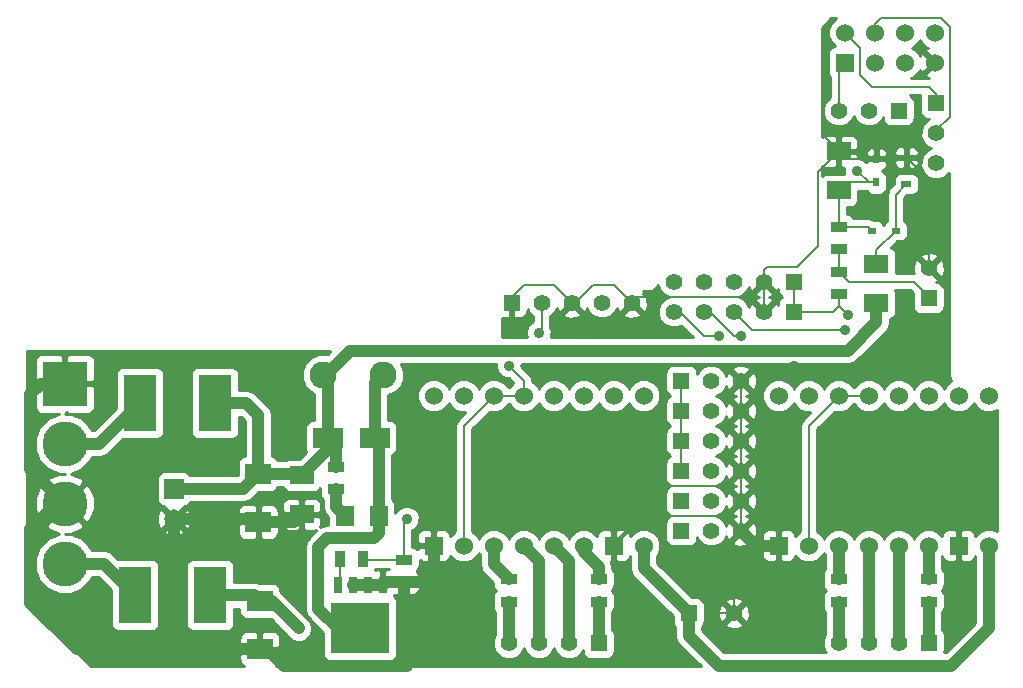
<source format=gtl>
G04 (created by PCBNEW (2013-07-07 BZR 4022)-stable) date 26/03/2014 07:49:19*
%MOIN*%
G04 Gerber Fmt 3.4, Leading zero omitted, Abs format*
%FSLAX34Y34*%
G01*
G70*
G90*
G04 APERTURE LIST*
%ADD10C,0.00590551*%
%ADD11R,0.055X0.035*%
%ADD12R,0.0629X0.0709*%
%ADD13C,0.15*%
%ADD14R,0.15X0.15*%
%ADD15R,0.055X0.055*%
%ADD16C,0.055*%
%ADD17R,0.11X0.19*%
%ADD18R,0.06X0.06*%
%ADD19C,0.06*%
%ADD20R,0.0275X0.0551*%
%ADD21R,0.1968X0.1692*%
%ADD22R,0.08X0.06*%
%ADD23R,0.035X0.055*%
%ADD24R,0.065X0.065*%
%ADD25C,0.065*%
%ADD26R,0.0326772X0.0248031*%
%ADD27R,0.085X0.07*%
%ADD28R,0.0984252X0.0669291*%
%ADD29R,0.0314961X0.019685*%
%ADD30R,0.019685X0.0314961*%
%ADD31C,0.09*%
%ADD32C,0.0393701*%
%ADD33C,0.035*%
%ADD34C,0.0393701*%
%ADD35C,0.008*%
%ADD36C,0.01*%
G04 APERTURE END LIST*
G54D10*
G54D11*
X57500Y-53375D03*
X57500Y-52625D03*
X60500Y-53375D03*
X60500Y-52625D03*
X68500Y-53375D03*
X68500Y-52625D03*
X71500Y-53375D03*
X71500Y-52625D03*
G54D12*
X52041Y-50500D03*
X53159Y-50500D03*
G54D13*
X42700Y-48100D03*
X42700Y-50100D03*
G54D14*
X42700Y-46100D03*
G54D13*
X42700Y-52100D03*
G54D15*
X71750Y-36750D03*
G54D16*
X71750Y-37750D03*
X71750Y-38750D03*
G54D15*
X63250Y-51000D03*
G54D16*
X64250Y-51000D03*
X65250Y-51000D03*
G54D15*
X63250Y-50000D03*
G54D16*
X64250Y-50000D03*
X65250Y-50000D03*
G54D15*
X63250Y-49000D03*
G54D16*
X64250Y-49000D03*
X65250Y-49000D03*
G54D15*
X63250Y-46000D03*
G54D16*
X64250Y-46000D03*
X65250Y-46000D03*
G54D15*
X63250Y-47000D03*
G54D16*
X64250Y-47000D03*
X65250Y-47000D03*
G54D15*
X63250Y-48000D03*
G54D16*
X64250Y-48000D03*
X65250Y-48000D03*
G54D15*
X70500Y-37000D03*
G54D16*
X69500Y-37000D03*
X68500Y-37000D03*
G54D17*
X47550Y-53150D03*
X45050Y-53150D03*
X47700Y-46750D03*
X45200Y-46750D03*
G54D15*
X67000Y-42700D03*
G54D16*
X66000Y-42700D03*
X65000Y-42700D03*
X64000Y-42700D03*
X63000Y-42700D03*
G54D15*
X67000Y-43700D03*
G54D16*
X66000Y-43700D03*
X65000Y-43700D03*
X64000Y-43700D03*
X63000Y-43700D03*
G54D15*
X60500Y-54750D03*
G54D16*
X59500Y-54750D03*
X58500Y-54750D03*
X57500Y-54750D03*
G54D15*
X71500Y-54750D03*
G54D16*
X70500Y-54750D03*
X69500Y-54750D03*
X68500Y-54750D03*
G54D18*
X68700Y-35400D03*
G54D19*
X68700Y-34400D03*
X69700Y-35400D03*
X69700Y-34400D03*
X70700Y-35400D03*
X70700Y-34400D03*
X71700Y-35400D03*
X71700Y-34400D03*
G54D18*
X55000Y-51500D03*
G54D19*
X56000Y-51500D03*
X57000Y-51500D03*
X58000Y-51500D03*
X59000Y-51500D03*
X60000Y-51500D03*
G54D18*
X61000Y-51500D03*
G54D19*
X62000Y-51500D03*
X62000Y-46500D03*
X61000Y-46500D03*
X60000Y-46500D03*
X59000Y-46500D03*
X58000Y-46500D03*
X57000Y-46500D03*
X56000Y-46500D03*
X55000Y-46500D03*
G54D18*
X66500Y-51500D03*
G54D19*
X67500Y-51500D03*
X68500Y-51500D03*
X69500Y-51500D03*
X70500Y-51500D03*
X71500Y-51500D03*
G54D18*
X72500Y-51500D03*
G54D19*
X73500Y-51500D03*
X73500Y-46500D03*
X72500Y-46500D03*
X71500Y-46500D03*
X70500Y-46500D03*
X69500Y-46500D03*
X68500Y-46500D03*
X67500Y-46500D03*
X66500Y-46500D03*
G54D15*
X71500Y-43250D03*
G54D16*
X71500Y-42250D03*
G54D20*
X53300Y-52807D03*
X52800Y-52807D03*
X52300Y-52807D03*
X51800Y-52807D03*
G54D21*
X52550Y-54243D03*
G54D22*
X68500Y-39650D03*
X68500Y-38350D03*
X50600Y-49150D03*
X50600Y-50450D03*
G54D23*
X52625Y-51950D03*
X51875Y-51950D03*
G54D11*
X54000Y-51975D03*
X54000Y-52725D03*
X68500Y-40875D03*
X68500Y-41625D03*
X51750Y-49625D03*
X51750Y-48875D03*
X68500Y-43125D03*
X68500Y-42375D03*
G54D24*
X46350Y-49600D03*
G54D25*
X46350Y-50600D03*
G54D15*
X63500Y-53750D03*
G54D16*
X65000Y-53750D03*
G54D26*
X70750Y-38561D03*
X70750Y-39438D03*
G54D22*
X69750Y-42100D03*
X69750Y-43400D03*
G54D27*
X49150Y-50700D03*
X49150Y-49100D03*
X49200Y-54950D03*
X49200Y-53350D03*
G54D28*
X53037Y-47900D03*
X51462Y-47900D03*
G54D29*
X69606Y-41000D03*
X70393Y-41000D03*
G54D30*
X69750Y-38606D03*
X69750Y-39393D03*
G54D31*
X51300Y-45800D03*
X53300Y-45800D03*
G54D15*
X57600Y-43400D03*
G54D16*
X58600Y-43400D03*
X59600Y-43400D03*
X60600Y-43400D03*
X61600Y-43400D03*
G54D32*
X50500Y-54250D03*
G54D33*
X64500Y-44500D03*
X65250Y-44500D03*
X54100Y-50600D03*
X69100Y-39000D03*
X68700Y-44300D03*
X68100Y-36400D03*
X67000Y-45500D03*
X68800Y-43800D03*
X57500Y-45500D03*
X58500Y-44400D03*
G54D34*
X49200Y-53350D02*
X49600Y-53350D01*
X49600Y-53350D02*
X50500Y-54250D01*
X63500Y-53750D02*
X63500Y-54500D01*
X63500Y-54500D02*
X64500Y-55500D01*
X73500Y-54250D02*
X73500Y-51500D01*
X62000Y-51500D02*
X62000Y-52250D01*
X62000Y-52250D02*
X63500Y-53750D01*
X47550Y-53150D02*
X49000Y-53150D01*
X49000Y-53150D02*
X49200Y-53350D01*
X64500Y-55500D02*
X72250Y-55500D01*
X72250Y-55500D02*
X73500Y-54250D01*
X51300Y-45800D02*
X51400Y-45800D01*
X69750Y-44050D02*
X69750Y-43400D01*
X68800Y-45000D02*
X69750Y-44050D01*
X52200Y-45000D02*
X68800Y-45000D01*
X51400Y-45800D02*
X52200Y-45000D01*
X46350Y-49600D02*
X48650Y-49600D01*
X48650Y-49600D02*
X49150Y-49100D01*
X51462Y-47900D02*
X51462Y-45962D01*
X51462Y-45962D02*
X51300Y-45800D01*
X51750Y-48875D02*
X51750Y-48187D01*
X51750Y-48187D02*
X51462Y-47900D01*
X51462Y-47900D02*
X51462Y-48287D01*
X51462Y-48287D02*
X50600Y-49150D01*
X49150Y-49100D02*
X50550Y-49100D01*
X50550Y-49100D02*
X50600Y-49150D01*
X47700Y-46750D02*
X48750Y-46750D01*
X49150Y-47150D02*
X49150Y-49100D01*
X48750Y-46750D02*
X49150Y-47150D01*
G54D35*
X63000Y-43700D02*
X63200Y-43700D01*
X64000Y-44500D02*
X64500Y-44500D01*
X63200Y-43700D02*
X64000Y-44500D01*
X64000Y-43700D02*
X64200Y-43700D01*
X65000Y-44500D02*
X65250Y-44500D01*
X64200Y-43700D02*
X65000Y-44500D01*
X54000Y-50700D02*
X54000Y-51975D01*
X54100Y-50600D02*
X54000Y-50700D01*
X54000Y-51975D02*
X52650Y-51975D01*
X52650Y-51975D02*
X52625Y-51950D01*
X69493Y-39393D02*
X69750Y-39393D01*
X69100Y-39000D02*
X69493Y-39393D01*
X68500Y-40875D02*
X69481Y-40875D01*
X69481Y-40875D02*
X69606Y-41000D01*
X68500Y-39650D02*
X68500Y-40875D01*
X69750Y-39393D02*
X68756Y-39393D01*
X68756Y-39393D02*
X68500Y-39650D01*
X65000Y-43700D02*
X65600Y-44300D01*
X65600Y-44300D02*
X68700Y-44300D01*
G54D34*
X46350Y-50600D02*
X46350Y-54300D01*
X46350Y-54300D02*
X45700Y-54950D01*
X52800Y-52807D02*
X52300Y-52807D01*
X53300Y-52807D02*
X52800Y-52807D01*
X54000Y-52725D02*
X53382Y-52725D01*
X53382Y-52725D02*
X53300Y-52807D01*
X54000Y-52725D02*
X54875Y-52725D01*
X55000Y-52600D02*
X55000Y-51500D01*
X54875Y-52725D02*
X55000Y-52600D01*
X49200Y-54950D02*
X49450Y-54950D01*
X54000Y-55400D02*
X54000Y-52725D01*
X54100Y-55500D02*
X54000Y-55400D01*
X50000Y-55500D02*
X54100Y-55500D01*
X49450Y-54950D02*
X50000Y-55500D01*
X42700Y-50100D02*
X42400Y-50100D01*
X42400Y-50100D02*
X41550Y-50950D01*
X41550Y-50950D02*
X41550Y-53400D01*
X41550Y-53400D02*
X43100Y-54950D01*
X43100Y-54950D02*
X45700Y-54950D01*
X45700Y-54950D02*
X49200Y-54950D01*
X42700Y-46100D02*
X41900Y-46100D01*
X41550Y-48950D02*
X42700Y-50100D01*
X41550Y-46450D02*
X41550Y-48950D01*
X41900Y-46100D02*
X41550Y-46450D01*
X66500Y-51500D02*
X65750Y-51500D01*
X65750Y-51500D02*
X65250Y-51000D01*
G54D35*
X68000Y-37850D02*
X68500Y-38350D01*
X68000Y-36500D02*
X68000Y-37850D01*
X68100Y-36400D02*
X68000Y-36500D01*
X65250Y-46000D02*
X65250Y-45950D01*
X65700Y-45500D02*
X67000Y-45500D01*
X65250Y-45950D02*
X65700Y-45500D01*
X66000Y-42700D02*
X66000Y-42300D01*
X67800Y-39050D02*
X68500Y-38350D01*
X67800Y-41500D02*
X67800Y-39050D01*
X67100Y-42200D02*
X67800Y-41500D01*
X66100Y-42200D02*
X67100Y-42200D01*
X66000Y-42300D02*
X66100Y-42200D01*
X69750Y-38606D02*
X68756Y-38606D01*
X68756Y-38606D02*
X68500Y-38350D01*
X69750Y-38606D02*
X70704Y-38606D01*
X70704Y-38606D02*
X70750Y-38561D01*
X70750Y-38561D02*
X70761Y-38561D01*
X71500Y-39300D02*
X71500Y-42250D01*
X70761Y-38561D02*
X71500Y-39300D01*
X66000Y-43700D02*
X66000Y-42700D01*
X61600Y-43400D02*
X61600Y-43300D01*
X65500Y-43200D02*
X66000Y-42700D01*
X61700Y-43200D02*
X65500Y-43200D01*
X61600Y-43300D02*
X61700Y-43200D01*
X59600Y-43400D02*
X59700Y-43400D01*
X61000Y-42800D02*
X61600Y-43400D01*
X60300Y-42800D02*
X61000Y-42800D01*
X59700Y-43400D02*
X60300Y-42800D01*
X57600Y-43400D02*
X57600Y-43200D01*
X59000Y-42800D02*
X59600Y-43400D01*
X58000Y-42800D02*
X59000Y-42800D01*
X57600Y-43200D02*
X58000Y-42800D01*
X61000Y-51500D02*
X61000Y-51400D01*
X64750Y-49500D02*
X65250Y-49000D01*
X62900Y-49500D02*
X64750Y-49500D01*
X61000Y-51400D02*
X62900Y-49500D01*
X61000Y-51500D02*
X62000Y-50500D01*
X62000Y-50500D02*
X64800Y-50500D01*
X64800Y-50500D02*
X65250Y-50950D01*
X65250Y-50950D02*
X65250Y-51000D01*
X65000Y-53750D02*
X64550Y-53750D01*
X61800Y-50700D02*
X61000Y-51500D01*
X62200Y-50700D02*
X61800Y-50700D01*
X62600Y-51100D02*
X62200Y-50700D01*
X62600Y-51800D02*
X62600Y-51100D01*
X64550Y-53750D02*
X62600Y-51800D01*
X65000Y-53750D02*
X65000Y-51250D01*
X65000Y-51250D02*
X65250Y-51000D01*
X65250Y-50000D02*
X65250Y-51000D01*
X65250Y-49000D02*
X65250Y-50000D01*
X65250Y-48000D02*
X65250Y-49000D01*
X65250Y-47000D02*
X65250Y-48000D01*
X65250Y-46000D02*
X65250Y-47000D01*
G54D34*
X49150Y-50700D02*
X50350Y-50700D01*
X50350Y-50700D02*
X50600Y-50450D01*
X46350Y-50600D02*
X49050Y-50600D01*
X49050Y-50600D02*
X49150Y-50700D01*
G54D35*
X63250Y-47000D02*
X63250Y-46000D01*
X63250Y-48000D02*
X63250Y-47000D01*
X63250Y-49000D02*
X63250Y-48000D01*
X68500Y-37000D02*
X68500Y-35600D01*
X68500Y-35600D02*
X68700Y-35400D01*
G54D34*
X57500Y-54750D02*
X57500Y-53375D01*
X60500Y-54750D02*
X60500Y-53375D01*
X68500Y-54750D02*
X68500Y-53375D01*
X71500Y-54750D02*
X71500Y-53375D01*
G54D35*
X51875Y-51950D02*
X51875Y-52732D01*
X51875Y-52732D02*
X51800Y-52807D01*
G54D34*
X51750Y-49625D02*
X51750Y-50209D01*
X51750Y-50209D02*
X52041Y-50500D01*
X69500Y-54750D02*
X69500Y-51500D01*
X71500Y-52625D02*
X71500Y-51500D01*
X70500Y-54750D02*
X70500Y-51500D01*
X68500Y-52625D02*
X68500Y-51500D01*
X60000Y-51500D02*
X60000Y-51700D01*
X60500Y-52200D02*
X60500Y-52625D01*
X60000Y-51700D02*
X60500Y-52200D01*
X59500Y-54750D02*
X59500Y-52000D01*
X59500Y-52000D02*
X59000Y-51500D01*
X58500Y-54750D02*
X58500Y-52000D01*
X58500Y-52000D02*
X58000Y-51500D01*
X57000Y-51500D02*
X57000Y-52125D01*
X57000Y-52125D02*
X57500Y-52625D01*
X53037Y-47900D02*
X53037Y-46062D01*
X53037Y-46062D02*
X53300Y-45800D01*
X52550Y-54243D02*
X51793Y-54243D01*
X53159Y-51091D02*
X53159Y-50500D01*
X53000Y-51250D02*
X53159Y-51091D01*
X51450Y-51250D02*
X53000Y-51250D01*
X51150Y-51550D02*
X51450Y-51250D01*
X51150Y-53600D02*
X51150Y-51550D01*
X51793Y-54243D02*
X51150Y-53600D01*
X53159Y-50500D02*
X53159Y-48021D01*
X53159Y-48021D02*
X53037Y-47900D01*
X42700Y-52100D02*
X44000Y-52100D01*
X44000Y-52100D02*
X45050Y-53150D01*
X42700Y-48100D02*
X43850Y-48100D01*
X43850Y-48100D02*
X45200Y-46750D01*
G54D35*
X70393Y-41000D02*
X70393Y-39795D01*
X70393Y-39795D02*
X70750Y-39438D01*
X69750Y-42100D02*
X69750Y-41643D01*
X69750Y-41643D02*
X70393Y-41000D01*
X71500Y-43250D02*
X71500Y-43200D01*
X68825Y-42700D02*
X68500Y-42375D01*
X71000Y-42700D02*
X68825Y-42700D01*
X71500Y-43200D02*
X71000Y-42700D01*
X68500Y-41625D02*
X68500Y-42375D01*
X71750Y-37750D02*
X71750Y-37650D01*
X69700Y-34100D02*
X69700Y-34400D01*
X69900Y-33900D02*
X69700Y-34100D01*
X71900Y-33900D02*
X69900Y-33900D01*
X72200Y-34200D02*
X71900Y-33900D01*
X72200Y-37200D02*
X72200Y-34200D01*
X71750Y-37650D02*
X72200Y-37200D01*
X71750Y-36750D02*
X71750Y-36450D01*
X69200Y-34900D02*
X68700Y-34400D01*
X69200Y-35800D02*
X69200Y-34900D01*
X69600Y-36200D02*
X69200Y-35800D01*
X71500Y-36200D02*
X69600Y-36200D01*
X71750Y-36450D02*
X71500Y-36200D01*
X68800Y-43800D02*
X68500Y-43500D01*
X68500Y-43500D02*
X68500Y-43125D01*
X68500Y-43125D02*
X68500Y-43500D01*
X68300Y-43700D02*
X67000Y-43700D01*
X68500Y-43500D02*
X68300Y-43700D01*
X58600Y-43400D02*
X58600Y-44300D01*
X58000Y-46000D02*
X58000Y-46500D01*
X57500Y-45500D02*
X58000Y-46000D01*
X58600Y-44300D02*
X58500Y-44400D01*
X68500Y-46500D02*
X69500Y-46500D01*
X67500Y-51500D02*
X67500Y-47500D01*
X67500Y-47500D02*
X68500Y-46500D01*
X57000Y-46500D02*
X58000Y-46500D01*
X56000Y-51500D02*
X56000Y-47500D01*
X56000Y-47500D02*
X57000Y-46500D01*
X67000Y-43700D02*
X67000Y-42700D01*
G54D10*
G36*
X53514Y-52292D02*
X53487Y-52281D01*
X53412Y-52281D01*
X53350Y-52344D01*
X53350Y-52757D01*
X53357Y-52757D01*
X53357Y-52857D01*
X53350Y-52857D01*
X53350Y-52864D01*
X53250Y-52864D01*
X53250Y-52857D01*
X53125Y-52857D01*
X52975Y-52857D01*
X52850Y-52857D01*
X52850Y-52864D01*
X52750Y-52864D01*
X52750Y-52857D01*
X52625Y-52857D01*
X52475Y-52857D01*
X52350Y-52857D01*
X52350Y-52864D01*
X52250Y-52864D01*
X52250Y-52857D01*
X52242Y-52857D01*
X52242Y-52757D01*
X52250Y-52757D01*
X52250Y-52749D01*
X52350Y-52749D01*
X52350Y-52757D01*
X52475Y-52757D01*
X52625Y-52757D01*
X52750Y-52757D01*
X52750Y-52749D01*
X52850Y-52749D01*
X52850Y-52757D01*
X52975Y-52757D01*
X53125Y-52757D01*
X53250Y-52757D01*
X53250Y-52344D01*
X53187Y-52281D01*
X53112Y-52281D01*
X53050Y-52307D01*
X53038Y-52302D01*
X53049Y-52274D01*
X53049Y-52265D01*
X53502Y-52265D01*
X53512Y-52291D01*
X53514Y-52292D01*
X53514Y-52292D01*
G37*
G54D36*
X53514Y-52292D02*
X53487Y-52281D01*
X53412Y-52281D01*
X53350Y-52344D01*
X53350Y-52757D01*
X53357Y-52757D01*
X53357Y-52857D01*
X53350Y-52857D01*
X53350Y-52864D01*
X53250Y-52864D01*
X53250Y-52857D01*
X53125Y-52857D01*
X52975Y-52857D01*
X52850Y-52857D01*
X52850Y-52864D01*
X52750Y-52864D01*
X52750Y-52857D01*
X52625Y-52857D01*
X52475Y-52857D01*
X52350Y-52857D01*
X52350Y-52864D01*
X52250Y-52864D01*
X52250Y-52857D01*
X52242Y-52857D01*
X52242Y-52757D01*
X52250Y-52757D01*
X52250Y-52749D01*
X52350Y-52749D01*
X52350Y-52757D01*
X52475Y-52757D01*
X52625Y-52757D01*
X52750Y-52757D01*
X52750Y-52749D01*
X52850Y-52749D01*
X52850Y-52757D01*
X52975Y-52757D01*
X53125Y-52757D01*
X53250Y-52757D01*
X53250Y-52344D01*
X53187Y-52281D01*
X53112Y-52281D01*
X53050Y-52307D01*
X53038Y-52302D01*
X53049Y-52274D01*
X53049Y-52265D01*
X53502Y-52265D01*
X53512Y-52291D01*
X53514Y-52292D01*
G54D10*
G36*
X58310Y-44018D02*
X58259Y-44039D01*
X58139Y-44158D01*
X58075Y-44315D01*
X58074Y-44484D01*
X58103Y-44553D01*
X57275Y-44553D01*
X57275Y-43924D01*
X57275Y-43925D01*
X57487Y-43925D01*
X57550Y-43862D01*
X57550Y-43450D01*
X57542Y-43450D01*
X57542Y-43350D01*
X57550Y-43350D01*
X57550Y-43342D01*
X57650Y-43342D01*
X57650Y-43350D01*
X57657Y-43350D01*
X57657Y-43450D01*
X57650Y-43450D01*
X57650Y-43862D01*
X57712Y-43925D01*
X57924Y-43925D01*
X58016Y-43887D01*
X58086Y-43816D01*
X58124Y-43724D01*
X58125Y-43625D01*
X58125Y-43625D01*
X58154Y-43697D01*
X58302Y-43844D01*
X58310Y-43848D01*
X58310Y-44018D01*
X58310Y-44018D01*
G37*
G54D36*
X58310Y-44018D02*
X58259Y-44039D01*
X58139Y-44158D01*
X58075Y-44315D01*
X58074Y-44484D01*
X58103Y-44553D01*
X57275Y-44553D01*
X57275Y-43924D01*
X57275Y-43925D01*
X57487Y-43925D01*
X57550Y-43862D01*
X57550Y-43450D01*
X57542Y-43450D01*
X57542Y-43350D01*
X57550Y-43350D01*
X57550Y-43342D01*
X57650Y-43342D01*
X57650Y-43350D01*
X57657Y-43350D01*
X57657Y-43450D01*
X57650Y-43450D01*
X57650Y-43862D01*
X57712Y-43925D01*
X57924Y-43925D01*
X58016Y-43887D01*
X58086Y-43816D01*
X58124Y-43724D01*
X58125Y-43625D01*
X58125Y-43625D01*
X58154Y-43697D01*
X58302Y-43844D01*
X58310Y-43848D01*
X58310Y-44018D01*
G54D10*
G36*
X63643Y-44553D02*
X62129Y-44553D01*
X61897Y-44553D01*
X61897Y-43767D01*
X61600Y-43470D01*
X61302Y-43767D01*
X61327Y-43860D01*
X61524Y-43929D01*
X61732Y-43918D01*
X61872Y-43860D01*
X61897Y-43767D01*
X61897Y-44553D01*
X59897Y-44553D01*
X59897Y-43767D01*
X59600Y-43470D01*
X59302Y-43767D01*
X59327Y-43860D01*
X59524Y-43929D01*
X59732Y-43918D01*
X59872Y-43860D01*
X59897Y-43767D01*
X59897Y-44553D01*
X58896Y-44553D01*
X58924Y-44484D01*
X58925Y-44315D01*
X58890Y-44230D01*
X58890Y-43848D01*
X58897Y-43845D01*
X59044Y-43697D01*
X59097Y-43571D01*
X59139Y-43672D01*
X59232Y-43697D01*
X59529Y-43400D01*
X59523Y-43394D01*
X59594Y-43323D01*
X59600Y-43329D01*
X59605Y-43323D01*
X59676Y-43394D01*
X59670Y-43400D01*
X59967Y-43697D01*
X60060Y-43672D01*
X60099Y-43562D01*
X60154Y-43697D01*
X60302Y-43844D01*
X60495Y-43924D01*
X60703Y-43925D01*
X60897Y-43845D01*
X61044Y-43697D01*
X61097Y-43571D01*
X61139Y-43672D01*
X61232Y-43697D01*
X61529Y-43400D01*
X61523Y-43394D01*
X61594Y-43323D01*
X61600Y-43329D01*
X61605Y-43323D01*
X61676Y-43394D01*
X61670Y-43400D01*
X61967Y-43697D01*
X62060Y-43672D01*
X62129Y-43475D01*
X62118Y-43267D01*
X62060Y-43127D01*
X61967Y-43102D01*
X62013Y-43057D01*
X61980Y-43025D01*
X62150Y-43025D01*
X62274Y-43000D01*
X62274Y-43000D01*
X62379Y-42929D01*
X62483Y-42825D01*
X62554Y-42997D01*
X62702Y-43144D01*
X62835Y-43200D01*
X62703Y-43254D01*
X62555Y-43402D01*
X62475Y-43595D01*
X62474Y-43803D01*
X62554Y-43997D01*
X62702Y-44144D01*
X62895Y-44224D01*
X63103Y-44225D01*
X63253Y-44163D01*
X63643Y-44553D01*
X63643Y-44553D01*
G37*
G54D36*
X63643Y-44553D02*
X62129Y-44553D01*
X61897Y-44553D01*
X61897Y-43767D01*
X61600Y-43470D01*
X61302Y-43767D01*
X61327Y-43860D01*
X61524Y-43929D01*
X61732Y-43918D01*
X61872Y-43860D01*
X61897Y-43767D01*
X61897Y-44553D01*
X59897Y-44553D01*
X59897Y-43767D01*
X59600Y-43470D01*
X59302Y-43767D01*
X59327Y-43860D01*
X59524Y-43929D01*
X59732Y-43918D01*
X59872Y-43860D01*
X59897Y-43767D01*
X59897Y-44553D01*
X58896Y-44553D01*
X58924Y-44484D01*
X58925Y-44315D01*
X58890Y-44230D01*
X58890Y-43848D01*
X58897Y-43845D01*
X59044Y-43697D01*
X59097Y-43571D01*
X59139Y-43672D01*
X59232Y-43697D01*
X59529Y-43400D01*
X59523Y-43394D01*
X59594Y-43323D01*
X59600Y-43329D01*
X59605Y-43323D01*
X59676Y-43394D01*
X59670Y-43400D01*
X59967Y-43697D01*
X60060Y-43672D01*
X60099Y-43562D01*
X60154Y-43697D01*
X60302Y-43844D01*
X60495Y-43924D01*
X60703Y-43925D01*
X60897Y-43845D01*
X61044Y-43697D01*
X61097Y-43571D01*
X61139Y-43672D01*
X61232Y-43697D01*
X61529Y-43400D01*
X61523Y-43394D01*
X61594Y-43323D01*
X61600Y-43329D01*
X61605Y-43323D01*
X61676Y-43394D01*
X61670Y-43400D01*
X61967Y-43697D01*
X62060Y-43672D01*
X62129Y-43475D01*
X62118Y-43267D01*
X62060Y-43127D01*
X61967Y-43102D01*
X62013Y-43057D01*
X61980Y-43025D01*
X62150Y-43025D01*
X62274Y-43000D01*
X62274Y-43000D01*
X62379Y-42929D01*
X62483Y-42825D01*
X62554Y-42997D01*
X62702Y-43144D01*
X62835Y-43200D01*
X62703Y-43254D01*
X62555Y-43402D01*
X62475Y-43595D01*
X62474Y-43803D01*
X62554Y-43997D01*
X62702Y-44144D01*
X62895Y-44224D01*
X63103Y-44225D01*
X63253Y-44163D01*
X63643Y-44553D01*
G54D10*
G36*
X66614Y-43199D02*
X66583Y-43212D01*
X66513Y-43283D01*
X66475Y-43375D01*
X66474Y-43462D01*
X66460Y-43427D01*
X66367Y-43402D01*
X66297Y-43473D01*
X66297Y-43332D01*
X66272Y-43239D01*
X66169Y-43203D01*
X66272Y-43160D01*
X66297Y-43067D01*
X66000Y-42770D01*
X65702Y-43067D01*
X65727Y-43160D01*
X65830Y-43196D01*
X65727Y-43239D01*
X65702Y-43332D01*
X66000Y-43629D01*
X66297Y-43332D01*
X66297Y-43473D01*
X66070Y-43700D01*
X66076Y-43705D01*
X66005Y-43776D01*
X66000Y-43770D01*
X65994Y-43776D01*
X65923Y-43705D01*
X65929Y-43700D01*
X65632Y-43402D01*
X65539Y-43427D01*
X65500Y-43537D01*
X65445Y-43403D01*
X65297Y-43255D01*
X65164Y-43199D01*
X65297Y-43145D01*
X65444Y-42997D01*
X65497Y-42871D01*
X65539Y-42972D01*
X65632Y-42997D01*
X65929Y-42700D01*
X65923Y-42694D01*
X65994Y-42623D01*
X66000Y-42629D01*
X66005Y-42623D01*
X66076Y-42694D01*
X66070Y-42700D01*
X66367Y-42997D01*
X66460Y-42972D01*
X66474Y-42931D01*
X66474Y-43024D01*
X66512Y-43116D01*
X66583Y-43186D01*
X66614Y-43199D01*
X66614Y-43199D01*
G37*
G54D36*
X66614Y-43199D02*
X66583Y-43212D01*
X66513Y-43283D01*
X66475Y-43375D01*
X66474Y-43462D01*
X66460Y-43427D01*
X66367Y-43402D01*
X66297Y-43473D01*
X66297Y-43332D01*
X66272Y-43239D01*
X66169Y-43203D01*
X66272Y-43160D01*
X66297Y-43067D01*
X66000Y-42770D01*
X65702Y-43067D01*
X65727Y-43160D01*
X65830Y-43196D01*
X65727Y-43239D01*
X65702Y-43332D01*
X66000Y-43629D01*
X66297Y-43332D01*
X66297Y-43473D01*
X66070Y-43700D01*
X66076Y-43705D01*
X66005Y-43776D01*
X66000Y-43770D01*
X65994Y-43776D01*
X65923Y-43705D01*
X65929Y-43700D01*
X65632Y-43402D01*
X65539Y-43427D01*
X65500Y-43537D01*
X65445Y-43403D01*
X65297Y-43255D01*
X65164Y-43199D01*
X65297Y-43145D01*
X65444Y-42997D01*
X65497Y-42871D01*
X65539Y-42972D01*
X65632Y-42997D01*
X65929Y-42700D01*
X65923Y-42694D01*
X65994Y-42623D01*
X66000Y-42629D01*
X66005Y-42623D01*
X66076Y-42694D01*
X66070Y-42700D01*
X66367Y-42997D01*
X66460Y-42972D01*
X66474Y-42931D01*
X66474Y-43024D01*
X66512Y-43116D01*
X66583Y-43186D01*
X66614Y-43199D01*
G54D10*
G36*
X71776Y-35405D02*
X71705Y-35476D01*
X71700Y-35470D01*
X71384Y-35785D01*
X71412Y-35881D01*
X71492Y-35910D01*
X70905Y-35910D01*
X71011Y-35866D01*
X71165Y-35711D01*
X71197Y-35636D01*
X71218Y-35687D01*
X71314Y-35715D01*
X71629Y-35400D01*
X71314Y-35084D01*
X71218Y-35112D01*
X71199Y-35167D01*
X71166Y-35088D01*
X71011Y-34934D01*
X70930Y-34900D01*
X71011Y-34866D01*
X71165Y-34711D01*
X71199Y-34630D01*
X71233Y-34711D01*
X71388Y-34865D01*
X71463Y-34897D01*
X71412Y-34918D01*
X71384Y-35014D01*
X71700Y-35329D01*
X71705Y-35323D01*
X71776Y-35394D01*
X71770Y-35400D01*
X71776Y-35405D01*
X71776Y-35405D01*
G37*
G54D36*
X71776Y-35405D02*
X71705Y-35476D01*
X71700Y-35470D01*
X71384Y-35785D01*
X71412Y-35881D01*
X71492Y-35910D01*
X70905Y-35910D01*
X71011Y-35866D01*
X71165Y-35711D01*
X71197Y-35636D01*
X71218Y-35687D01*
X71314Y-35715D01*
X71629Y-35400D01*
X71314Y-35084D01*
X71218Y-35112D01*
X71199Y-35167D01*
X71166Y-35088D01*
X71011Y-34934D01*
X70930Y-34900D01*
X71011Y-34866D01*
X71165Y-34711D01*
X71199Y-34630D01*
X71233Y-34711D01*
X71388Y-34865D01*
X71463Y-34897D01*
X71412Y-34918D01*
X71384Y-35014D01*
X71700Y-35329D01*
X71705Y-35323D01*
X71776Y-35394D01*
X71770Y-35400D01*
X71776Y-35405D01*
G54D10*
G36*
X72254Y-46006D02*
X72188Y-46033D01*
X72034Y-46188D01*
X72029Y-46197D01*
X72029Y-42325D01*
X72018Y-42117D01*
X71960Y-41977D01*
X71867Y-41952D01*
X71797Y-42023D01*
X71797Y-41882D01*
X71772Y-41789D01*
X71575Y-41720D01*
X71367Y-41731D01*
X71227Y-41789D01*
X71202Y-41882D01*
X71500Y-42179D01*
X71797Y-41882D01*
X71797Y-42023D01*
X71570Y-42250D01*
X71867Y-42547D01*
X71960Y-42522D01*
X72029Y-42325D01*
X72029Y-46197D01*
X72000Y-46269D01*
X71966Y-46188D01*
X71811Y-46034D01*
X71609Y-45950D01*
X71391Y-45949D01*
X71188Y-46033D01*
X71034Y-46188D01*
X71000Y-46269D01*
X70966Y-46188D01*
X70811Y-46034D01*
X70609Y-45950D01*
X70391Y-45949D01*
X70188Y-46033D01*
X70034Y-46188D01*
X70000Y-46269D01*
X69966Y-46188D01*
X69811Y-46034D01*
X69609Y-45950D01*
X69391Y-45949D01*
X69188Y-46033D01*
X69034Y-46188D01*
X69024Y-46210D01*
X68975Y-46210D01*
X68966Y-46188D01*
X68811Y-46034D01*
X68609Y-45950D01*
X68391Y-45949D01*
X68188Y-46033D01*
X68034Y-46188D01*
X68000Y-46269D01*
X67966Y-46188D01*
X67811Y-46034D01*
X67609Y-45950D01*
X67391Y-45949D01*
X67188Y-46033D01*
X67034Y-46188D01*
X67000Y-46269D01*
X66966Y-46188D01*
X66811Y-46034D01*
X66609Y-45950D01*
X66391Y-45949D01*
X66188Y-46033D01*
X66034Y-46188D01*
X65950Y-46390D01*
X65949Y-46608D01*
X66033Y-46811D01*
X66188Y-46965D01*
X66390Y-47049D01*
X66608Y-47050D01*
X66811Y-46966D01*
X66965Y-46811D01*
X66999Y-46730D01*
X67033Y-46811D01*
X67188Y-46965D01*
X67390Y-47049D01*
X67539Y-47050D01*
X67294Y-47294D01*
X67232Y-47389D01*
X67210Y-47500D01*
X67210Y-51024D01*
X67188Y-51033D01*
X67049Y-51172D01*
X67049Y-51150D01*
X67011Y-51058D01*
X66941Y-50987D01*
X66849Y-50949D01*
X66612Y-50950D01*
X66550Y-51012D01*
X66550Y-51450D01*
X66557Y-51450D01*
X66557Y-51550D01*
X66550Y-51550D01*
X66550Y-51987D01*
X66612Y-52050D01*
X66849Y-52050D01*
X66941Y-52012D01*
X67011Y-51941D01*
X67049Y-51849D01*
X67049Y-51827D01*
X67188Y-51965D01*
X67390Y-52049D01*
X67608Y-52050D01*
X67811Y-51966D01*
X67965Y-51811D01*
X67999Y-51730D01*
X68033Y-51811D01*
X68053Y-51830D01*
X68053Y-52268D01*
X68013Y-52308D01*
X67975Y-52400D01*
X67974Y-52499D01*
X67974Y-52849D01*
X68012Y-52941D01*
X68071Y-53000D01*
X68013Y-53058D01*
X67975Y-53150D01*
X67974Y-53249D01*
X67974Y-53599D01*
X68012Y-53691D01*
X68053Y-53731D01*
X68053Y-54457D01*
X67975Y-54645D01*
X67974Y-54853D01*
X68054Y-55047D01*
X68060Y-55053D01*
X66450Y-55053D01*
X66450Y-51987D01*
X66450Y-51550D01*
X66450Y-51450D01*
X66450Y-51012D01*
X66387Y-50950D01*
X66150Y-50949D01*
X66058Y-50987D01*
X65988Y-51058D01*
X65950Y-51150D01*
X65949Y-51249D01*
X65950Y-51387D01*
X66012Y-51450D01*
X66450Y-51450D01*
X66450Y-51550D01*
X66012Y-51550D01*
X65950Y-51612D01*
X65949Y-51750D01*
X65950Y-51849D01*
X65988Y-51941D01*
X66058Y-52012D01*
X66150Y-52050D01*
X66387Y-52050D01*
X66450Y-51987D01*
X66450Y-55053D01*
X65779Y-55053D01*
X65779Y-51075D01*
X65779Y-50075D01*
X65779Y-49075D01*
X65779Y-48075D01*
X65779Y-47075D01*
X65779Y-46075D01*
X65768Y-45867D01*
X65710Y-45727D01*
X65617Y-45702D01*
X65547Y-45773D01*
X65547Y-45632D01*
X65522Y-45539D01*
X65325Y-45470D01*
X65117Y-45481D01*
X64977Y-45539D01*
X64952Y-45632D01*
X65250Y-45929D01*
X65547Y-45632D01*
X65547Y-45773D01*
X65320Y-46000D01*
X65617Y-46297D01*
X65710Y-46272D01*
X65779Y-46075D01*
X65779Y-47075D01*
X65768Y-46867D01*
X65710Y-46727D01*
X65617Y-46702D01*
X65547Y-46773D01*
X65547Y-46632D01*
X65522Y-46539D01*
X65419Y-46503D01*
X65522Y-46460D01*
X65547Y-46367D01*
X65250Y-46070D01*
X64952Y-46367D01*
X64977Y-46460D01*
X65080Y-46496D01*
X64977Y-46539D01*
X64952Y-46632D01*
X65250Y-46929D01*
X65547Y-46632D01*
X65547Y-46773D01*
X65320Y-47000D01*
X65617Y-47297D01*
X65710Y-47272D01*
X65779Y-47075D01*
X65779Y-48075D01*
X65768Y-47867D01*
X65710Y-47727D01*
X65617Y-47702D01*
X65547Y-47773D01*
X65547Y-47632D01*
X65522Y-47539D01*
X65419Y-47503D01*
X65522Y-47460D01*
X65547Y-47367D01*
X65250Y-47070D01*
X64952Y-47367D01*
X64977Y-47460D01*
X65080Y-47496D01*
X64977Y-47539D01*
X64952Y-47632D01*
X65250Y-47929D01*
X65547Y-47632D01*
X65547Y-47773D01*
X65320Y-48000D01*
X65617Y-48297D01*
X65710Y-48272D01*
X65779Y-48075D01*
X65779Y-49075D01*
X65768Y-48867D01*
X65710Y-48727D01*
X65617Y-48702D01*
X65547Y-48773D01*
X65547Y-48632D01*
X65522Y-48539D01*
X65419Y-48503D01*
X65522Y-48460D01*
X65547Y-48367D01*
X65250Y-48070D01*
X64952Y-48367D01*
X64977Y-48460D01*
X65080Y-48496D01*
X64977Y-48539D01*
X64952Y-48632D01*
X65250Y-48929D01*
X65547Y-48632D01*
X65547Y-48773D01*
X65320Y-49000D01*
X65617Y-49297D01*
X65710Y-49272D01*
X65779Y-49075D01*
X65779Y-50075D01*
X65768Y-49867D01*
X65710Y-49727D01*
X65617Y-49702D01*
X65547Y-49773D01*
X65547Y-49632D01*
X65522Y-49539D01*
X65419Y-49503D01*
X65522Y-49460D01*
X65547Y-49367D01*
X65250Y-49070D01*
X64952Y-49367D01*
X64977Y-49460D01*
X65080Y-49496D01*
X64977Y-49539D01*
X64952Y-49632D01*
X65250Y-49929D01*
X65547Y-49632D01*
X65547Y-49773D01*
X65320Y-50000D01*
X65617Y-50297D01*
X65710Y-50272D01*
X65779Y-50075D01*
X65779Y-51075D01*
X65768Y-50867D01*
X65710Y-50727D01*
X65617Y-50702D01*
X65547Y-50773D01*
X65547Y-50632D01*
X65522Y-50539D01*
X65419Y-50503D01*
X65522Y-50460D01*
X65547Y-50367D01*
X65250Y-50070D01*
X64952Y-50367D01*
X64977Y-50460D01*
X65080Y-50496D01*
X64977Y-50539D01*
X64952Y-50632D01*
X65250Y-50929D01*
X65547Y-50632D01*
X65547Y-50773D01*
X65320Y-51000D01*
X65617Y-51297D01*
X65710Y-51272D01*
X65779Y-51075D01*
X65779Y-55053D01*
X65547Y-55053D01*
X65547Y-51367D01*
X65250Y-51070D01*
X65179Y-51141D01*
X65179Y-51000D01*
X64882Y-50702D01*
X64789Y-50727D01*
X64750Y-50837D01*
X64695Y-50703D01*
X64547Y-50555D01*
X64414Y-50499D01*
X64547Y-50445D01*
X64694Y-50297D01*
X64747Y-50171D01*
X64789Y-50272D01*
X64882Y-50297D01*
X65179Y-50000D01*
X64882Y-49702D01*
X64789Y-49727D01*
X64750Y-49837D01*
X64695Y-49703D01*
X64547Y-49555D01*
X64414Y-49499D01*
X64547Y-49445D01*
X64694Y-49297D01*
X64747Y-49171D01*
X64789Y-49272D01*
X64882Y-49297D01*
X65179Y-49000D01*
X64882Y-48702D01*
X64789Y-48727D01*
X64750Y-48837D01*
X64695Y-48703D01*
X64547Y-48555D01*
X64414Y-48499D01*
X64547Y-48445D01*
X64694Y-48297D01*
X64747Y-48171D01*
X64789Y-48272D01*
X64882Y-48297D01*
X65179Y-48000D01*
X64882Y-47702D01*
X64789Y-47727D01*
X64750Y-47837D01*
X64695Y-47703D01*
X64547Y-47555D01*
X64414Y-47499D01*
X64547Y-47445D01*
X64694Y-47297D01*
X64747Y-47171D01*
X64789Y-47272D01*
X64882Y-47297D01*
X65179Y-47000D01*
X64882Y-46702D01*
X64789Y-46727D01*
X64750Y-46837D01*
X64695Y-46703D01*
X64547Y-46555D01*
X64414Y-46499D01*
X64547Y-46445D01*
X64694Y-46297D01*
X64747Y-46171D01*
X64789Y-46272D01*
X64882Y-46297D01*
X65179Y-46000D01*
X64882Y-45702D01*
X64789Y-45727D01*
X64750Y-45837D01*
X64695Y-45703D01*
X64547Y-45555D01*
X64354Y-45475D01*
X64146Y-45474D01*
X63953Y-45554D01*
X63805Y-45702D01*
X63775Y-45774D01*
X63775Y-45675D01*
X63737Y-45583D01*
X63666Y-45513D01*
X63574Y-45475D01*
X63475Y-45474D01*
X62925Y-45474D01*
X62833Y-45512D01*
X62763Y-45583D01*
X62725Y-45675D01*
X62724Y-45774D01*
X62724Y-46324D01*
X62762Y-46416D01*
X62833Y-46486D01*
X62864Y-46499D01*
X62833Y-46512D01*
X62763Y-46583D01*
X62725Y-46675D01*
X62724Y-46774D01*
X62724Y-47324D01*
X62762Y-47416D01*
X62833Y-47486D01*
X62864Y-47499D01*
X62833Y-47512D01*
X62763Y-47583D01*
X62725Y-47675D01*
X62724Y-47774D01*
X62724Y-48324D01*
X62762Y-48416D01*
X62833Y-48486D01*
X62864Y-48499D01*
X62833Y-48512D01*
X62763Y-48583D01*
X62725Y-48675D01*
X62724Y-48774D01*
X62724Y-49324D01*
X62762Y-49416D01*
X62833Y-49486D01*
X62864Y-49499D01*
X62833Y-49512D01*
X62763Y-49583D01*
X62725Y-49675D01*
X62724Y-49774D01*
X62724Y-50324D01*
X62762Y-50416D01*
X62833Y-50486D01*
X62864Y-50499D01*
X62833Y-50512D01*
X62763Y-50583D01*
X62725Y-50675D01*
X62724Y-50774D01*
X62724Y-51324D01*
X62762Y-51416D01*
X62833Y-51486D01*
X62925Y-51524D01*
X63024Y-51525D01*
X63574Y-51525D01*
X63666Y-51487D01*
X63736Y-51416D01*
X63774Y-51324D01*
X63775Y-51225D01*
X63775Y-51225D01*
X63804Y-51297D01*
X63952Y-51444D01*
X64145Y-51524D01*
X64353Y-51525D01*
X64547Y-51445D01*
X64694Y-51297D01*
X64747Y-51171D01*
X64789Y-51272D01*
X64882Y-51297D01*
X65179Y-51000D01*
X65179Y-51141D01*
X64952Y-51367D01*
X64977Y-51460D01*
X65174Y-51529D01*
X65382Y-51518D01*
X65522Y-51460D01*
X65547Y-51367D01*
X65547Y-55053D01*
X65529Y-55053D01*
X65529Y-53825D01*
X65518Y-53617D01*
X65460Y-53477D01*
X65367Y-53452D01*
X65297Y-53523D01*
X65297Y-53382D01*
X65272Y-53289D01*
X65075Y-53220D01*
X64867Y-53231D01*
X64727Y-53289D01*
X64702Y-53382D01*
X65000Y-53679D01*
X65297Y-53382D01*
X65297Y-53523D01*
X65070Y-53750D01*
X65367Y-54047D01*
X65460Y-54022D01*
X65529Y-53825D01*
X65529Y-55053D01*
X65297Y-55053D01*
X65297Y-54117D01*
X65000Y-53820D01*
X64929Y-53891D01*
X64929Y-53750D01*
X64632Y-53452D01*
X64539Y-53477D01*
X64470Y-53674D01*
X64481Y-53882D01*
X64539Y-54022D01*
X64632Y-54047D01*
X64929Y-53750D01*
X64929Y-53891D01*
X64702Y-54117D01*
X64727Y-54210D01*
X64924Y-54279D01*
X65132Y-54268D01*
X65272Y-54210D01*
X65297Y-54117D01*
X65297Y-55053D01*
X64685Y-55053D01*
X63946Y-54314D01*
X63946Y-54206D01*
X63986Y-54166D01*
X64024Y-54074D01*
X64025Y-53975D01*
X64025Y-53425D01*
X63987Y-53333D01*
X63916Y-53263D01*
X63824Y-53225D01*
X63725Y-53224D01*
X63606Y-53224D01*
X62446Y-52064D01*
X62446Y-51831D01*
X62465Y-51811D01*
X62549Y-51609D01*
X62550Y-51391D01*
X62466Y-51188D01*
X62311Y-51034D01*
X62109Y-50950D01*
X61891Y-50949D01*
X61688Y-51033D01*
X61549Y-51172D01*
X61549Y-51150D01*
X61511Y-51058D01*
X61441Y-50987D01*
X61349Y-50949D01*
X61112Y-50950D01*
X61050Y-51012D01*
X61050Y-51450D01*
X61057Y-51450D01*
X61057Y-51550D01*
X61050Y-51550D01*
X61050Y-51987D01*
X61112Y-52050D01*
X61349Y-52050D01*
X61441Y-52012D01*
X61511Y-51941D01*
X61549Y-51849D01*
X61549Y-51827D01*
X61553Y-51830D01*
X61553Y-52250D01*
X61587Y-52421D01*
X61684Y-52565D01*
X62974Y-53856D01*
X62974Y-54074D01*
X63012Y-54166D01*
X63053Y-54206D01*
X63053Y-54500D01*
X63087Y-54671D01*
X63184Y-54815D01*
X63893Y-55525D01*
X54525Y-55525D01*
X54525Y-52949D01*
X54525Y-52837D01*
X54462Y-52775D01*
X54050Y-52775D01*
X54050Y-53087D01*
X54112Y-53150D01*
X54225Y-53150D01*
X54324Y-53149D01*
X54416Y-53111D01*
X54487Y-53041D01*
X54525Y-52949D01*
X54525Y-55525D01*
X50946Y-55525D01*
X50946Y-54161D01*
X50879Y-53997D01*
X50815Y-53934D01*
X50753Y-53871D01*
X50753Y-53871D01*
X50550Y-53668D01*
X50550Y-50937D01*
X50550Y-50500D01*
X50550Y-50400D01*
X50550Y-49962D01*
X50487Y-49900D01*
X50249Y-49899D01*
X50150Y-49900D01*
X50058Y-49938D01*
X49987Y-50008D01*
X49949Y-50100D01*
X49950Y-50337D01*
X50012Y-50400D01*
X50550Y-50400D01*
X50550Y-50500D01*
X50012Y-50500D01*
X49950Y-50562D01*
X49949Y-50799D01*
X49987Y-50891D01*
X50058Y-50961D01*
X50150Y-50999D01*
X50249Y-51000D01*
X50487Y-51000D01*
X50550Y-50937D01*
X50550Y-53668D01*
X49915Y-53034D01*
X49875Y-53006D01*
X49875Y-52950D01*
X49837Y-52858D01*
X49825Y-52846D01*
X49825Y-51000D01*
X49825Y-50399D01*
X49824Y-50300D01*
X49786Y-50208D01*
X49716Y-50137D01*
X49624Y-50099D01*
X49262Y-50100D01*
X49200Y-50162D01*
X49200Y-50650D01*
X49762Y-50650D01*
X49825Y-50587D01*
X49825Y-50399D01*
X49825Y-51000D01*
X49825Y-50812D01*
X49762Y-50750D01*
X49200Y-50750D01*
X49200Y-51237D01*
X49262Y-51300D01*
X49624Y-51300D01*
X49716Y-51262D01*
X49786Y-51191D01*
X49824Y-51099D01*
X49825Y-51000D01*
X49825Y-52846D01*
X49766Y-52788D01*
X49674Y-52750D01*
X49575Y-52749D01*
X49190Y-52749D01*
X49171Y-52737D01*
X49100Y-52723D01*
X49100Y-51237D01*
X49100Y-50750D01*
X49100Y-50650D01*
X49100Y-50162D01*
X49037Y-50100D01*
X48675Y-50099D01*
X48583Y-50137D01*
X48513Y-50208D01*
X48475Y-50300D01*
X48474Y-50399D01*
X48475Y-50587D01*
X48537Y-50650D01*
X49100Y-50650D01*
X49100Y-50750D01*
X48537Y-50750D01*
X48475Y-50812D01*
X48474Y-51000D01*
X48475Y-51099D01*
X48513Y-51191D01*
X48583Y-51262D01*
X48675Y-51300D01*
X49037Y-51300D01*
X49100Y-51237D01*
X49100Y-52723D01*
X49000Y-52703D01*
X48350Y-52703D01*
X48350Y-52150D01*
X48312Y-52058D01*
X48241Y-51988D01*
X48149Y-51950D01*
X48050Y-51949D01*
X46950Y-51949D01*
X46929Y-51958D01*
X46929Y-50687D01*
X46919Y-50459D01*
X46851Y-50297D01*
X46754Y-50266D01*
X46420Y-50600D01*
X46754Y-50933D01*
X46851Y-50902D01*
X46929Y-50687D01*
X46929Y-51958D01*
X46858Y-51987D01*
X46788Y-52058D01*
X46750Y-52150D01*
X46749Y-52249D01*
X46749Y-54149D01*
X46787Y-54241D01*
X46858Y-54311D01*
X46950Y-54349D01*
X47049Y-54350D01*
X48149Y-54350D01*
X48241Y-54312D01*
X48311Y-54241D01*
X48349Y-54149D01*
X48350Y-54050D01*
X48350Y-53596D01*
X48524Y-53596D01*
X48524Y-53749D01*
X48562Y-53841D01*
X48633Y-53911D01*
X48725Y-53949D01*
X48824Y-53950D01*
X49568Y-53950D01*
X50183Y-54565D01*
X50184Y-54565D01*
X50246Y-54628D01*
X50410Y-54696D01*
X50500Y-54696D01*
X50588Y-54696D01*
X50671Y-54662D01*
X50752Y-54629D01*
X50815Y-54565D01*
X50878Y-54503D01*
X50912Y-54421D01*
X50946Y-54339D01*
X50946Y-54250D01*
X50946Y-54161D01*
X50946Y-55525D01*
X49735Y-55525D01*
X49766Y-55512D01*
X49836Y-55441D01*
X49874Y-55349D01*
X49875Y-55250D01*
X49875Y-54649D01*
X49874Y-54550D01*
X49836Y-54458D01*
X49766Y-54387D01*
X49674Y-54349D01*
X49312Y-54350D01*
X49250Y-54412D01*
X49250Y-54900D01*
X49812Y-54900D01*
X49875Y-54837D01*
X49875Y-54649D01*
X49875Y-55250D01*
X49875Y-55062D01*
X49812Y-55000D01*
X49250Y-55000D01*
X49250Y-55007D01*
X49150Y-55007D01*
X49150Y-55000D01*
X49150Y-54900D01*
X49150Y-54412D01*
X49087Y-54350D01*
X48725Y-54349D01*
X48633Y-54387D01*
X48563Y-54458D01*
X48525Y-54550D01*
X48524Y-54649D01*
X48525Y-54837D01*
X48587Y-54900D01*
X49150Y-54900D01*
X49150Y-55000D01*
X48587Y-55000D01*
X48525Y-55062D01*
X48524Y-55250D01*
X48525Y-55349D01*
X48563Y-55441D01*
X48633Y-55512D01*
X48664Y-55525D01*
X46683Y-55525D01*
X46683Y-51004D01*
X46350Y-50670D01*
X46279Y-50741D01*
X46279Y-50600D01*
X45945Y-50266D01*
X45848Y-50297D01*
X45770Y-50512D01*
X45780Y-50740D01*
X45848Y-50902D01*
X45945Y-50933D01*
X46279Y-50600D01*
X46279Y-50741D01*
X46016Y-51004D01*
X46047Y-51101D01*
X46262Y-51179D01*
X46490Y-51169D01*
X46652Y-51101D01*
X46683Y-51004D01*
X46683Y-55525D01*
X45850Y-55525D01*
X45850Y-54050D01*
X45850Y-52150D01*
X45812Y-52058D01*
X45741Y-51988D01*
X45649Y-51950D01*
X45550Y-51949D01*
X44481Y-51949D01*
X44315Y-51784D01*
X44171Y-51687D01*
X44000Y-51653D01*
X43701Y-51653D01*
X43701Y-50289D01*
X43698Y-49891D01*
X43553Y-49541D01*
X43411Y-49459D01*
X42770Y-50100D01*
X43411Y-50740D01*
X43553Y-50658D01*
X43701Y-50289D01*
X43701Y-51653D01*
X43597Y-51653D01*
X43548Y-51534D01*
X43267Y-51252D01*
X42899Y-51100D01*
X42704Y-51100D01*
X42908Y-51098D01*
X43258Y-50953D01*
X43340Y-50811D01*
X42700Y-50170D01*
X42629Y-50241D01*
X42629Y-50100D01*
X41988Y-49459D01*
X41846Y-49541D01*
X41698Y-49910D01*
X41701Y-50308D01*
X41846Y-50658D01*
X41988Y-50740D01*
X42629Y-50100D01*
X42629Y-50241D01*
X42059Y-50811D01*
X42141Y-50953D01*
X42505Y-51099D01*
X42501Y-51099D01*
X42134Y-51251D01*
X41852Y-51532D01*
X41700Y-51900D01*
X41699Y-52298D01*
X41851Y-52665D01*
X42132Y-52947D01*
X42500Y-53099D01*
X42898Y-53100D01*
X43265Y-52948D01*
X43547Y-52667D01*
X43597Y-52546D01*
X43814Y-52546D01*
X44249Y-52981D01*
X44249Y-54149D01*
X44287Y-54241D01*
X44358Y-54311D01*
X44450Y-54349D01*
X44549Y-54350D01*
X45649Y-54350D01*
X45741Y-54312D01*
X45811Y-54241D01*
X45849Y-54149D01*
X45850Y-54050D01*
X45850Y-55525D01*
X43584Y-55525D01*
X41425Y-53365D01*
X41425Y-45025D01*
X51543Y-45025D01*
X51459Y-45108D01*
X51439Y-45100D01*
X51161Y-45099D01*
X50904Y-45206D01*
X50706Y-45402D01*
X50600Y-45660D01*
X50599Y-45938D01*
X50706Y-46196D01*
X50902Y-46393D01*
X51015Y-46439D01*
X51015Y-47315D01*
X50920Y-47315D01*
X50829Y-47353D01*
X50758Y-47423D01*
X50720Y-47515D01*
X50720Y-47614D01*
X50720Y-48284D01*
X50753Y-48364D01*
X50518Y-48599D01*
X50150Y-48599D01*
X50058Y-48637D01*
X50043Y-48653D01*
X49805Y-48653D01*
X49787Y-48608D01*
X49716Y-48538D01*
X49624Y-48500D01*
X49596Y-48500D01*
X49596Y-47150D01*
X49596Y-47149D01*
X49562Y-46978D01*
X49465Y-46834D01*
X49465Y-46834D01*
X49065Y-46434D01*
X48921Y-46337D01*
X48750Y-46303D01*
X48500Y-46303D01*
X48500Y-45750D01*
X48462Y-45658D01*
X48391Y-45588D01*
X48299Y-45550D01*
X48200Y-45549D01*
X47100Y-45549D01*
X47008Y-45587D01*
X46938Y-45658D01*
X46900Y-45750D01*
X46899Y-45849D01*
X46899Y-47749D01*
X46937Y-47841D01*
X47008Y-47911D01*
X47100Y-47949D01*
X47199Y-47950D01*
X48299Y-47950D01*
X48391Y-47912D01*
X48461Y-47841D01*
X48499Y-47749D01*
X48500Y-47650D01*
X48500Y-47196D01*
X48564Y-47196D01*
X48703Y-47335D01*
X48703Y-48499D01*
X48675Y-48499D01*
X48583Y-48537D01*
X48513Y-48608D01*
X48475Y-48700D01*
X48474Y-48799D01*
X48474Y-49143D01*
X48464Y-49153D01*
X46895Y-49153D01*
X46887Y-49133D01*
X46816Y-49063D01*
X46724Y-49025D01*
X46625Y-49024D01*
X46000Y-49024D01*
X46000Y-47650D01*
X46000Y-45750D01*
X45962Y-45658D01*
X45891Y-45588D01*
X45799Y-45550D01*
X45700Y-45549D01*
X44600Y-45549D01*
X44508Y-45587D01*
X44438Y-45658D01*
X44400Y-45750D01*
X44399Y-45849D01*
X44399Y-46918D01*
X43700Y-47618D01*
X43664Y-47653D01*
X43597Y-47653D01*
X43548Y-47534D01*
X43267Y-47252D01*
X42899Y-47100D01*
X42700Y-47100D01*
X42750Y-47100D01*
X42750Y-47037D01*
X42812Y-47100D01*
X43400Y-47100D01*
X43499Y-47099D01*
X43591Y-47061D01*
X43662Y-46991D01*
X43700Y-46899D01*
X43700Y-45300D01*
X43662Y-45208D01*
X43591Y-45138D01*
X43499Y-45100D01*
X43400Y-45099D01*
X42812Y-45100D01*
X42750Y-45162D01*
X42750Y-46050D01*
X43637Y-46050D01*
X43700Y-45987D01*
X43700Y-45300D01*
X43700Y-46899D01*
X43700Y-46212D01*
X43637Y-46150D01*
X42750Y-46150D01*
X42750Y-46157D01*
X42650Y-46157D01*
X42650Y-46150D01*
X42650Y-46050D01*
X42650Y-45162D01*
X42587Y-45100D01*
X41999Y-45099D01*
X41900Y-45100D01*
X41808Y-45138D01*
X41737Y-45208D01*
X41699Y-45300D01*
X41700Y-45987D01*
X41762Y-46050D01*
X42650Y-46050D01*
X42650Y-46150D01*
X41762Y-46150D01*
X41700Y-46212D01*
X41699Y-46899D01*
X41737Y-46991D01*
X41808Y-47061D01*
X41900Y-47099D01*
X41999Y-47100D01*
X42501Y-47100D01*
X42134Y-47251D01*
X41852Y-47532D01*
X41700Y-47900D01*
X41699Y-48298D01*
X41851Y-48665D01*
X42132Y-48947D01*
X42500Y-49099D01*
X42695Y-49099D01*
X42491Y-49101D01*
X42141Y-49246D01*
X42059Y-49388D01*
X42700Y-50029D01*
X43340Y-49388D01*
X43258Y-49246D01*
X42894Y-49100D01*
X42898Y-49100D01*
X43265Y-48948D01*
X43547Y-48667D01*
X43597Y-48546D01*
X43850Y-48546D01*
X44021Y-48512D01*
X44021Y-48512D01*
X44165Y-48415D01*
X44631Y-47949D01*
X44699Y-47950D01*
X45799Y-47950D01*
X45891Y-47912D01*
X45961Y-47841D01*
X45999Y-47749D01*
X46000Y-47650D01*
X46000Y-49024D01*
X45975Y-49024D01*
X45883Y-49062D01*
X45813Y-49133D01*
X45775Y-49225D01*
X45774Y-49324D01*
X45774Y-49974D01*
X45812Y-50066D01*
X45883Y-50136D01*
X45975Y-50174D01*
X46023Y-50174D01*
X46016Y-50195D01*
X46350Y-50529D01*
X46683Y-50195D01*
X46676Y-50175D01*
X46724Y-50175D01*
X46816Y-50137D01*
X46886Y-50066D01*
X46895Y-50046D01*
X48650Y-50046D01*
X48821Y-50012D01*
X48821Y-50012D01*
X48965Y-49915D01*
X49181Y-49700D01*
X49624Y-49700D01*
X49716Y-49662D01*
X49786Y-49591D01*
X49805Y-49546D01*
X49969Y-49546D01*
X49987Y-49591D01*
X50058Y-49661D01*
X50150Y-49699D01*
X50249Y-49700D01*
X51049Y-49700D01*
X51141Y-49662D01*
X51211Y-49591D01*
X51224Y-49560D01*
X51224Y-49849D01*
X51262Y-49941D01*
X51303Y-49981D01*
X51303Y-50209D01*
X51337Y-50380D01*
X51434Y-50524D01*
X51476Y-50567D01*
X51476Y-50803D01*
X51450Y-50803D01*
X51278Y-50837D01*
X51217Y-50878D01*
X51250Y-50799D01*
X51250Y-50100D01*
X51212Y-50008D01*
X51141Y-49938D01*
X51049Y-49900D01*
X50950Y-49899D01*
X50712Y-49900D01*
X50650Y-49962D01*
X50650Y-50400D01*
X51187Y-50400D01*
X51250Y-50337D01*
X51250Y-50100D01*
X51250Y-50799D01*
X51250Y-50562D01*
X51187Y-50500D01*
X50650Y-50500D01*
X50650Y-50937D01*
X50712Y-51000D01*
X50950Y-51000D01*
X51049Y-50999D01*
X51080Y-50987D01*
X50834Y-51234D01*
X50737Y-51378D01*
X50703Y-51550D01*
X50703Y-53600D01*
X50737Y-53771D01*
X50834Y-53915D01*
X51315Y-54397D01*
X51315Y-55138D01*
X51353Y-55230D01*
X51424Y-55300D01*
X51516Y-55338D01*
X51615Y-55339D01*
X53583Y-55339D01*
X53675Y-55301D01*
X53745Y-55230D01*
X53783Y-55138D01*
X53784Y-55039D01*
X53784Y-53347D01*
X53746Y-53255D01*
X53675Y-53185D01*
X53667Y-53181D01*
X53680Y-53149D01*
X53774Y-53150D01*
X53887Y-53150D01*
X53950Y-53087D01*
X53950Y-52775D01*
X53942Y-52775D01*
X53942Y-52675D01*
X53950Y-52675D01*
X53950Y-52667D01*
X54050Y-52667D01*
X54050Y-52675D01*
X54462Y-52675D01*
X54525Y-52612D01*
X54525Y-52500D01*
X54487Y-52408D01*
X54428Y-52349D01*
X54486Y-52291D01*
X54524Y-52199D01*
X54525Y-52100D01*
X54525Y-51978D01*
X54558Y-52012D01*
X54650Y-52050D01*
X54887Y-52050D01*
X54950Y-51987D01*
X54950Y-51550D01*
X54950Y-51450D01*
X54950Y-51012D01*
X54887Y-50950D01*
X54650Y-50949D01*
X54558Y-50987D01*
X54488Y-51058D01*
X54450Y-51150D01*
X54449Y-51249D01*
X54450Y-51387D01*
X54512Y-51450D01*
X54950Y-51450D01*
X54950Y-51550D01*
X54512Y-51550D01*
X54450Y-51612D01*
X54449Y-51621D01*
X54416Y-51588D01*
X54324Y-51550D01*
X54290Y-51550D01*
X54290Y-50981D01*
X54340Y-50960D01*
X54460Y-50841D01*
X54524Y-50684D01*
X54525Y-50515D01*
X54460Y-50359D01*
X54341Y-50239D01*
X54184Y-50175D01*
X54015Y-50174D01*
X53859Y-50239D01*
X53739Y-50358D01*
X53723Y-50398D01*
X53723Y-50095D01*
X53685Y-50004D01*
X53615Y-49933D01*
X53605Y-49929D01*
X53605Y-48473D01*
X53670Y-48446D01*
X53741Y-48376D01*
X53779Y-48284D01*
X53779Y-48185D01*
X53779Y-47515D01*
X53741Y-47423D01*
X53671Y-47353D01*
X53579Y-47315D01*
X53484Y-47315D01*
X53484Y-46481D01*
X53696Y-46393D01*
X53893Y-46197D01*
X53999Y-45939D01*
X54000Y-45661D01*
X53911Y-45446D01*
X57075Y-45446D01*
X57074Y-45584D01*
X57139Y-45740D01*
X57258Y-45860D01*
X57415Y-45924D01*
X57514Y-45925D01*
X57656Y-46066D01*
X57534Y-46188D01*
X57524Y-46210D01*
X57475Y-46210D01*
X57466Y-46188D01*
X57311Y-46034D01*
X57109Y-45950D01*
X56891Y-45949D01*
X56688Y-46033D01*
X56534Y-46188D01*
X56500Y-46269D01*
X56466Y-46188D01*
X56311Y-46034D01*
X56109Y-45950D01*
X55891Y-45949D01*
X55688Y-46033D01*
X55534Y-46188D01*
X55500Y-46269D01*
X55466Y-46188D01*
X55311Y-46034D01*
X55109Y-45950D01*
X54891Y-45949D01*
X54688Y-46033D01*
X54534Y-46188D01*
X54450Y-46390D01*
X54449Y-46608D01*
X54533Y-46811D01*
X54688Y-46965D01*
X54890Y-47049D01*
X55108Y-47050D01*
X55311Y-46966D01*
X55465Y-46811D01*
X55499Y-46730D01*
X55533Y-46811D01*
X55688Y-46965D01*
X55890Y-47049D01*
X56039Y-47050D01*
X55794Y-47294D01*
X55732Y-47389D01*
X55710Y-47500D01*
X55710Y-51024D01*
X55688Y-51033D01*
X55549Y-51172D01*
X55549Y-51150D01*
X55511Y-51058D01*
X55441Y-50987D01*
X55349Y-50949D01*
X55112Y-50950D01*
X55050Y-51012D01*
X55050Y-51450D01*
X55057Y-51450D01*
X55057Y-51550D01*
X55050Y-51550D01*
X55050Y-51987D01*
X55112Y-52050D01*
X55349Y-52050D01*
X55441Y-52012D01*
X55511Y-51941D01*
X55549Y-51849D01*
X55549Y-51827D01*
X55688Y-51965D01*
X55890Y-52049D01*
X56108Y-52050D01*
X56311Y-51966D01*
X56465Y-51811D01*
X56499Y-51730D01*
X56533Y-51811D01*
X56553Y-51830D01*
X56553Y-52125D01*
X56587Y-52296D01*
X56684Y-52440D01*
X56974Y-52731D01*
X56974Y-52849D01*
X57012Y-52941D01*
X57071Y-53000D01*
X57013Y-53058D01*
X56975Y-53150D01*
X56974Y-53249D01*
X56974Y-53599D01*
X57012Y-53691D01*
X57053Y-53731D01*
X57053Y-54457D01*
X56975Y-54645D01*
X56974Y-54853D01*
X57054Y-55047D01*
X57202Y-55194D01*
X57395Y-55274D01*
X57603Y-55275D01*
X57797Y-55195D01*
X57944Y-55047D01*
X58000Y-54914D01*
X58054Y-55047D01*
X58202Y-55194D01*
X58395Y-55274D01*
X58603Y-55275D01*
X58797Y-55195D01*
X58944Y-55047D01*
X59000Y-54914D01*
X59054Y-55047D01*
X59202Y-55194D01*
X59395Y-55274D01*
X59603Y-55275D01*
X59797Y-55195D01*
X59944Y-55047D01*
X59974Y-54975D01*
X59974Y-55074D01*
X60012Y-55166D01*
X60083Y-55236D01*
X60175Y-55274D01*
X60274Y-55275D01*
X60824Y-55275D01*
X60916Y-55237D01*
X60986Y-55166D01*
X61024Y-55074D01*
X61025Y-54975D01*
X61025Y-54425D01*
X60987Y-54333D01*
X60946Y-54293D01*
X60946Y-53731D01*
X60986Y-53691D01*
X61024Y-53599D01*
X61025Y-53500D01*
X61025Y-53150D01*
X60987Y-53058D01*
X60928Y-52999D01*
X60986Y-52941D01*
X61024Y-52849D01*
X61025Y-52750D01*
X61025Y-52400D01*
X60987Y-52308D01*
X60946Y-52268D01*
X60946Y-52200D01*
X60912Y-52028D01*
X60912Y-52028D01*
X60911Y-52026D01*
X60950Y-51987D01*
X60950Y-51550D01*
X60942Y-51550D01*
X60942Y-51450D01*
X60950Y-51450D01*
X60950Y-51012D01*
X60887Y-50950D01*
X60650Y-50949D01*
X60558Y-50987D01*
X60488Y-51058D01*
X60450Y-51150D01*
X60450Y-51172D01*
X60311Y-51034D01*
X60109Y-50950D01*
X59891Y-50949D01*
X59688Y-51033D01*
X59534Y-51188D01*
X59500Y-51269D01*
X59466Y-51188D01*
X59311Y-51034D01*
X59109Y-50950D01*
X58891Y-50949D01*
X58688Y-51033D01*
X58534Y-51188D01*
X58500Y-51269D01*
X58466Y-51188D01*
X58311Y-51034D01*
X58109Y-50950D01*
X57891Y-50949D01*
X57688Y-51033D01*
X57534Y-51188D01*
X57500Y-51269D01*
X57466Y-51188D01*
X57311Y-51034D01*
X57109Y-50950D01*
X56891Y-50949D01*
X56688Y-51033D01*
X56534Y-51188D01*
X56500Y-51269D01*
X56466Y-51188D01*
X56311Y-51034D01*
X56290Y-51024D01*
X56290Y-47620D01*
X56868Y-47041D01*
X56890Y-47049D01*
X57108Y-47050D01*
X57311Y-46966D01*
X57465Y-46811D01*
X57475Y-46790D01*
X57524Y-46790D01*
X57533Y-46811D01*
X57688Y-46965D01*
X57890Y-47049D01*
X58108Y-47050D01*
X58311Y-46966D01*
X58465Y-46811D01*
X58499Y-46730D01*
X58533Y-46811D01*
X58688Y-46965D01*
X58890Y-47049D01*
X59108Y-47050D01*
X59311Y-46966D01*
X59465Y-46811D01*
X59499Y-46730D01*
X59533Y-46811D01*
X59688Y-46965D01*
X59890Y-47049D01*
X60108Y-47050D01*
X60311Y-46966D01*
X60465Y-46811D01*
X60499Y-46730D01*
X60533Y-46811D01*
X60688Y-46965D01*
X60890Y-47049D01*
X61108Y-47050D01*
X61311Y-46966D01*
X61465Y-46811D01*
X61499Y-46730D01*
X61533Y-46811D01*
X61688Y-46965D01*
X61890Y-47049D01*
X62108Y-47050D01*
X62311Y-46966D01*
X62465Y-46811D01*
X62549Y-46609D01*
X62550Y-46391D01*
X62466Y-46188D01*
X62311Y-46034D01*
X62109Y-45950D01*
X61891Y-45949D01*
X61688Y-46033D01*
X61534Y-46188D01*
X61500Y-46269D01*
X61466Y-46188D01*
X61311Y-46034D01*
X61109Y-45950D01*
X60891Y-45949D01*
X60688Y-46033D01*
X60534Y-46188D01*
X60500Y-46269D01*
X60466Y-46188D01*
X60311Y-46034D01*
X60109Y-45950D01*
X59891Y-45949D01*
X59688Y-46033D01*
X59534Y-46188D01*
X59500Y-46269D01*
X59466Y-46188D01*
X59311Y-46034D01*
X59109Y-45950D01*
X58891Y-45949D01*
X58688Y-46033D01*
X58534Y-46188D01*
X58500Y-46269D01*
X58466Y-46188D01*
X58311Y-46034D01*
X58290Y-46024D01*
X58290Y-46000D01*
X58267Y-45889D01*
X58205Y-45794D01*
X57924Y-45514D01*
X57925Y-45446D01*
X68800Y-45446D01*
X68971Y-45412D01*
X68971Y-45412D01*
X69115Y-45315D01*
X70065Y-44365D01*
X70162Y-44221D01*
X70196Y-44050D01*
X70196Y-44050D01*
X70196Y-43950D01*
X70199Y-43950D01*
X70291Y-43912D01*
X70361Y-43841D01*
X70399Y-43749D01*
X70400Y-43650D01*
X70400Y-43050D01*
X70375Y-42990D01*
X70879Y-42990D01*
X70974Y-43085D01*
X70974Y-43574D01*
X71012Y-43666D01*
X71083Y-43736D01*
X71175Y-43774D01*
X71274Y-43775D01*
X71824Y-43775D01*
X71916Y-43737D01*
X71986Y-43666D01*
X72024Y-43574D01*
X72025Y-43475D01*
X72025Y-42925D01*
X71987Y-42833D01*
X71916Y-42763D01*
X71824Y-42725D01*
X71737Y-42724D01*
X71772Y-42710D01*
X71797Y-42617D01*
X71500Y-42320D01*
X71494Y-42326D01*
X71423Y-42255D01*
X71429Y-42250D01*
X71132Y-41952D01*
X71039Y-41977D01*
X70970Y-42174D01*
X70981Y-42382D01*
X70992Y-42410D01*
X70399Y-42410D01*
X70400Y-42350D01*
X70400Y-41750D01*
X70362Y-41658D01*
X70291Y-41588D01*
X70237Y-41565D01*
X70455Y-41348D01*
X70600Y-41348D01*
X70692Y-41310D01*
X70762Y-41240D01*
X70801Y-41148D01*
X70801Y-41048D01*
X70801Y-40852D01*
X70763Y-40760D01*
X70692Y-40689D01*
X70683Y-40685D01*
X70683Y-39915D01*
X70786Y-39813D01*
X70962Y-39813D01*
X71054Y-39775D01*
X71125Y-39704D01*
X71163Y-39612D01*
X71163Y-39513D01*
X71163Y-39265D01*
X71163Y-38734D01*
X71163Y-38387D01*
X71125Y-38295D01*
X71055Y-38225D01*
X70963Y-38187D01*
X70863Y-38186D01*
X70862Y-38187D01*
X70800Y-38249D01*
X70800Y-38511D01*
X71100Y-38511D01*
X71163Y-38448D01*
X71163Y-38387D01*
X71163Y-38734D01*
X71163Y-38673D01*
X71100Y-38611D01*
X70800Y-38611D01*
X70800Y-38872D01*
X70862Y-38935D01*
X70863Y-38935D01*
X70963Y-38934D01*
X71055Y-38896D01*
X71125Y-38826D01*
X71163Y-38734D01*
X71163Y-39265D01*
X71125Y-39173D01*
X71055Y-39103D01*
X70963Y-39065D01*
X70863Y-39064D01*
X70700Y-39064D01*
X70700Y-38872D01*
X70700Y-38611D01*
X70700Y-38511D01*
X70700Y-38249D01*
X70637Y-38187D01*
X70636Y-38186D01*
X70536Y-38187D01*
X70444Y-38225D01*
X70374Y-38295D01*
X70336Y-38387D01*
X70336Y-38448D01*
X70399Y-38511D01*
X70700Y-38511D01*
X70700Y-38611D01*
X70399Y-38611D01*
X70336Y-38673D01*
X70336Y-38734D01*
X70374Y-38826D01*
X70444Y-38896D01*
X70536Y-38934D01*
X70636Y-38935D01*
X70637Y-38935D01*
X70700Y-38872D01*
X70700Y-39064D01*
X70537Y-39064D01*
X70445Y-39102D01*
X70374Y-39173D01*
X70336Y-39265D01*
X70336Y-39364D01*
X70336Y-39442D01*
X70188Y-39590D01*
X70125Y-39684D01*
X70103Y-39795D01*
X70103Y-40685D01*
X70094Y-40689D01*
X70024Y-40759D01*
X69999Y-40818D01*
X69975Y-40760D01*
X69905Y-40689D01*
X69813Y-40651D01*
X69714Y-40651D01*
X69658Y-40651D01*
X69592Y-40607D01*
X69481Y-40585D01*
X68997Y-40585D01*
X68987Y-40558D01*
X68916Y-40488D01*
X68824Y-40450D01*
X68790Y-40450D01*
X68790Y-40200D01*
X68949Y-40200D01*
X69041Y-40162D01*
X69111Y-40091D01*
X69149Y-39999D01*
X69150Y-39900D01*
X69150Y-39683D01*
X69435Y-39683D01*
X69439Y-39692D01*
X69509Y-39762D01*
X69601Y-39801D01*
X69701Y-39801D01*
X69897Y-39801D01*
X69989Y-39763D01*
X70060Y-39692D01*
X70098Y-39601D01*
X70098Y-39501D01*
X70098Y-39186D01*
X70060Y-39094D01*
X69990Y-39024D01*
X69931Y-38999D01*
X69989Y-38975D01*
X70060Y-38905D01*
X70098Y-38813D01*
X70098Y-38714D01*
X70098Y-38498D01*
X70098Y-38398D01*
X70060Y-38307D01*
X69989Y-38236D01*
X69897Y-38198D01*
X69861Y-38198D01*
X69799Y-38261D01*
X69799Y-38556D01*
X70035Y-38556D01*
X70098Y-38493D01*
X70098Y-38498D01*
X70098Y-38714D01*
X70098Y-38718D01*
X70035Y-38656D01*
X69799Y-38656D01*
X69799Y-38664D01*
X69700Y-38664D01*
X69700Y-38656D01*
X69700Y-38556D01*
X69700Y-38261D01*
X69638Y-38198D01*
X69602Y-38198D01*
X69510Y-38236D01*
X69439Y-38307D01*
X69401Y-38398D01*
X69401Y-38498D01*
X69401Y-38493D01*
X69464Y-38556D01*
X69700Y-38556D01*
X69700Y-38656D01*
X69464Y-38656D01*
X69410Y-38709D01*
X69341Y-38639D01*
X69184Y-38575D01*
X69150Y-38575D01*
X69150Y-38000D01*
X69112Y-37908D01*
X69041Y-37838D01*
X68949Y-37800D01*
X68850Y-37799D01*
X68612Y-37800D01*
X68550Y-37862D01*
X68550Y-38300D01*
X69087Y-38300D01*
X69150Y-38237D01*
X69150Y-38000D01*
X69150Y-38575D01*
X69150Y-38575D01*
X69150Y-38462D01*
X69087Y-38400D01*
X68550Y-38400D01*
X68550Y-38837D01*
X68612Y-38900D01*
X68681Y-38900D01*
X68675Y-38915D01*
X68674Y-39084D01*
X68681Y-39099D01*
X68050Y-39099D01*
X67958Y-39137D01*
X67925Y-39171D01*
X67925Y-38828D01*
X67958Y-38861D01*
X68050Y-38899D01*
X68149Y-38900D01*
X68387Y-38900D01*
X68450Y-38837D01*
X68450Y-38400D01*
X68442Y-38400D01*
X68442Y-38300D01*
X68450Y-38300D01*
X68450Y-37862D01*
X68387Y-37800D01*
X68149Y-37799D01*
X68050Y-37800D01*
X67958Y-37838D01*
X67925Y-37871D01*
X67925Y-34234D01*
X68234Y-33925D01*
X68409Y-33925D01*
X68388Y-33933D01*
X68234Y-34088D01*
X68150Y-34290D01*
X68149Y-34508D01*
X68233Y-34711D01*
X68372Y-34849D01*
X68350Y-34849D01*
X68258Y-34887D01*
X68188Y-34958D01*
X68150Y-35050D01*
X68149Y-35149D01*
X68149Y-35749D01*
X68187Y-35841D01*
X68210Y-35863D01*
X68210Y-36551D01*
X68203Y-36554D01*
X68055Y-36702D01*
X67975Y-36895D01*
X67974Y-37103D01*
X68054Y-37297D01*
X68202Y-37444D01*
X68395Y-37524D01*
X68603Y-37525D01*
X68797Y-37445D01*
X68944Y-37297D01*
X69000Y-37164D01*
X69054Y-37297D01*
X69202Y-37444D01*
X69395Y-37524D01*
X69603Y-37525D01*
X69797Y-37445D01*
X69944Y-37297D01*
X69974Y-37225D01*
X69974Y-37324D01*
X70012Y-37416D01*
X70083Y-37486D01*
X70175Y-37524D01*
X70274Y-37525D01*
X70824Y-37525D01*
X70916Y-37487D01*
X70986Y-37416D01*
X71024Y-37324D01*
X71025Y-37225D01*
X71025Y-36675D01*
X70987Y-36583D01*
X70916Y-36513D01*
X70860Y-36490D01*
X71224Y-36490D01*
X71224Y-36524D01*
X71224Y-37074D01*
X71262Y-37166D01*
X71333Y-37236D01*
X71425Y-37274D01*
X71524Y-37275D01*
X71524Y-37275D01*
X71453Y-37304D01*
X71305Y-37452D01*
X71225Y-37645D01*
X71224Y-37853D01*
X71304Y-38047D01*
X71452Y-38194D01*
X71585Y-38250D01*
X71453Y-38304D01*
X71305Y-38452D01*
X71225Y-38645D01*
X71224Y-38853D01*
X71304Y-39047D01*
X71452Y-39194D01*
X71645Y-39274D01*
X71853Y-39275D01*
X72047Y-39195D01*
X72175Y-39067D01*
X72175Y-45800D01*
X72199Y-45924D01*
X72254Y-46006D01*
X72254Y-46006D01*
G37*
G54D36*
X72254Y-46006D02*
X72188Y-46033D01*
X72034Y-46188D01*
X72029Y-46197D01*
X72029Y-42325D01*
X72018Y-42117D01*
X71960Y-41977D01*
X71867Y-41952D01*
X71797Y-42023D01*
X71797Y-41882D01*
X71772Y-41789D01*
X71575Y-41720D01*
X71367Y-41731D01*
X71227Y-41789D01*
X71202Y-41882D01*
X71500Y-42179D01*
X71797Y-41882D01*
X71797Y-42023D01*
X71570Y-42250D01*
X71867Y-42547D01*
X71960Y-42522D01*
X72029Y-42325D01*
X72029Y-46197D01*
X72000Y-46269D01*
X71966Y-46188D01*
X71811Y-46034D01*
X71609Y-45950D01*
X71391Y-45949D01*
X71188Y-46033D01*
X71034Y-46188D01*
X71000Y-46269D01*
X70966Y-46188D01*
X70811Y-46034D01*
X70609Y-45950D01*
X70391Y-45949D01*
X70188Y-46033D01*
X70034Y-46188D01*
X70000Y-46269D01*
X69966Y-46188D01*
X69811Y-46034D01*
X69609Y-45950D01*
X69391Y-45949D01*
X69188Y-46033D01*
X69034Y-46188D01*
X69024Y-46210D01*
X68975Y-46210D01*
X68966Y-46188D01*
X68811Y-46034D01*
X68609Y-45950D01*
X68391Y-45949D01*
X68188Y-46033D01*
X68034Y-46188D01*
X68000Y-46269D01*
X67966Y-46188D01*
X67811Y-46034D01*
X67609Y-45950D01*
X67391Y-45949D01*
X67188Y-46033D01*
X67034Y-46188D01*
X67000Y-46269D01*
X66966Y-46188D01*
X66811Y-46034D01*
X66609Y-45950D01*
X66391Y-45949D01*
X66188Y-46033D01*
X66034Y-46188D01*
X65950Y-46390D01*
X65949Y-46608D01*
X66033Y-46811D01*
X66188Y-46965D01*
X66390Y-47049D01*
X66608Y-47050D01*
X66811Y-46966D01*
X66965Y-46811D01*
X66999Y-46730D01*
X67033Y-46811D01*
X67188Y-46965D01*
X67390Y-47049D01*
X67539Y-47050D01*
X67294Y-47294D01*
X67232Y-47389D01*
X67210Y-47500D01*
X67210Y-51024D01*
X67188Y-51033D01*
X67049Y-51172D01*
X67049Y-51150D01*
X67011Y-51058D01*
X66941Y-50987D01*
X66849Y-50949D01*
X66612Y-50950D01*
X66550Y-51012D01*
X66550Y-51450D01*
X66557Y-51450D01*
X66557Y-51550D01*
X66550Y-51550D01*
X66550Y-51987D01*
X66612Y-52050D01*
X66849Y-52050D01*
X66941Y-52012D01*
X67011Y-51941D01*
X67049Y-51849D01*
X67049Y-51827D01*
X67188Y-51965D01*
X67390Y-52049D01*
X67608Y-52050D01*
X67811Y-51966D01*
X67965Y-51811D01*
X67999Y-51730D01*
X68033Y-51811D01*
X68053Y-51830D01*
X68053Y-52268D01*
X68013Y-52308D01*
X67975Y-52400D01*
X67974Y-52499D01*
X67974Y-52849D01*
X68012Y-52941D01*
X68071Y-53000D01*
X68013Y-53058D01*
X67975Y-53150D01*
X67974Y-53249D01*
X67974Y-53599D01*
X68012Y-53691D01*
X68053Y-53731D01*
X68053Y-54457D01*
X67975Y-54645D01*
X67974Y-54853D01*
X68054Y-55047D01*
X68060Y-55053D01*
X66450Y-55053D01*
X66450Y-51987D01*
X66450Y-51550D01*
X66450Y-51450D01*
X66450Y-51012D01*
X66387Y-50950D01*
X66150Y-50949D01*
X66058Y-50987D01*
X65988Y-51058D01*
X65950Y-51150D01*
X65949Y-51249D01*
X65950Y-51387D01*
X66012Y-51450D01*
X66450Y-51450D01*
X66450Y-51550D01*
X66012Y-51550D01*
X65950Y-51612D01*
X65949Y-51750D01*
X65950Y-51849D01*
X65988Y-51941D01*
X66058Y-52012D01*
X66150Y-52050D01*
X66387Y-52050D01*
X66450Y-51987D01*
X66450Y-55053D01*
X65779Y-55053D01*
X65779Y-51075D01*
X65779Y-50075D01*
X65779Y-49075D01*
X65779Y-48075D01*
X65779Y-47075D01*
X65779Y-46075D01*
X65768Y-45867D01*
X65710Y-45727D01*
X65617Y-45702D01*
X65547Y-45773D01*
X65547Y-45632D01*
X65522Y-45539D01*
X65325Y-45470D01*
X65117Y-45481D01*
X64977Y-45539D01*
X64952Y-45632D01*
X65250Y-45929D01*
X65547Y-45632D01*
X65547Y-45773D01*
X65320Y-46000D01*
X65617Y-46297D01*
X65710Y-46272D01*
X65779Y-46075D01*
X65779Y-47075D01*
X65768Y-46867D01*
X65710Y-46727D01*
X65617Y-46702D01*
X65547Y-46773D01*
X65547Y-46632D01*
X65522Y-46539D01*
X65419Y-46503D01*
X65522Y-46460D01*
X65547Y-46367D01*
X65250Y-46070D01*
X64952Y-46367D01*
X64977Y-46460D01*
X65080Y-46496D01*
X64977Y-46539D01*
X64952Y-46632D01*
X65250Y-46929D01*
X65547Y-46632D01*
X65547Y-46773D01*
X65320Y-47000D01*
X65617Y-47297D01*
X65710Y-47272D01*
X65779Y-47075D01*
X65779Y-48075D01*
X65768Y-47867D01*
X65710Y-47727D01*
X65617Y-47702D01*
X65547Y-47773D01*
X65547Y-47632D01*
X65522Y-47539D01*
X65419Y-47503D01*
X65522Y-47460D01*
X65547Y-47367D01*
X65250Y-47070D01*
X64952Y-47367D01*
X64977Y-47460D01*
X65080Y-47496D01*
X64977Y-47539D01*
X64952Y-47632D01*
X65250Y-47929D01*
X65547Y-47632D01*
X65547Y-47773D01*
X65320Y-48000D01*
X65617Y-48297D01*
X65710Y-48272D01*
X65779Y-48075D01*
X65779Y-49075D01*
X65768Y-48867D01*
X65710Y-48727D01*
X65617Y-48702D01*
X65547Y-48773D01*
X65547Y-48632D01*
X65522Y-48539D01*
X65419Y-48503D01*
X65522Y-48460D01*
X65547Y-48367D01*
X65250Y-48070D01*
X64952Y-48367D01*
X64977Y-48460D01*
X65080Y-48496D01*
X64977Y-48539D01*
X64952Y-48632D01*
X65250Y-48929D01*
X65547Y-48632D01*
X65547Y-48773D01*
X65320Y-49000D01*
X65617Y-49297D01*
X65710Y-49272D01*
X65779Y-49075D01*
X65779Y-50075D01*
X65768Y-49867D01*
X65710Y-49727D01*
X65617Y-49702D01*
X65547Y-49773D01*
X65547Y-49632D01*
X65522Y-49539D01*
X65419Y-49503D01*
X65522Y-49460D01*
X65547Y-49367D01*
X65250Y-49070D01*
X64952Y-49367D01*
X64977Y-49460D01*
X65080Y-49496D01*
X64977Y-49539D01*
X64952Y-49632D01*
X65250Y-49929D01*
X65547Y-49632D01*
X65547Y-49773D01*
X65320Y-50000D01*
X65617Y-50297D01*
X65710Y-50272D01*
X65779Y-50075D01*
X65779Y-51075D01*
X65768Y-50867D01*
X65710Y-50727D01*
X65617Y-50702D01*
X65547Y-50773D01*
X65547Y-50632D01*
X65522Y-50539D01*
X65419Y-50503D01*
X65522Y-50460D01*
X65547Y-50367D01*
X65250Y-50070D01*
X64952Y-50367D01*
X64977Y-50460D01*
X65080Y-50496D01*
X64977Y-50539D01*
X64952Y-50632D01*
X65250Y-50929D01*
X65547Y-50632D01*
X65547Y-50773D01*
X65320Y-51000D01*
X65617Y-51297D01*
X65710Y-51272D01*
X65779Y-51075D01*
X65779Y-55053D01*
X65547Y-55053D01*
X65547Y-51367D01*
X65250Y-51070D01*
X65179Y-51141D01*
X65179Y-51000D01*
X64882Y-50702D01*
X64789Y-50727D01*
X64750Y-50837D01*
X64695Y-50703D01*
X64547Y-50555D01*
X64414Y-50499D01*
X64547Y-50445D01*
X64694Y-50297D01*
X64747Y-50171D01*
X64789Y-50272D01*
X64882Y-50297D01*
X65179Y-50000D01*
X64882Y-49702D01*
X64789Y-49727D01*
X64750Y-49837D01*
X64695Y-49703D01*
X64547Y-49555D01*
X64414Y-49499D01*
X64547Y-49445D01*
X64694Y-49297D01*
X64747Y-49171D01*
X64789Y-49272D01*
X64882Y-49297D01*
X65179Y-49000D01*
X64882Y-48702D01*
X64789Y-48727D01*
X64750Y-48837D01*
X64695Y-48703D01*
X64547Y-48555D01*
X64414Y-48499D01*
X64547Y-48445D01*
X64694Y-48297D01*
X64747Y-48171D01*
X64789Y-48272D01*
X64882Y-48297D01*
X65179Y-48000D01*
X64882Y-47702D01*
X64789Y-47727D01*
X64750Y-47837D01*
X64695Y-47703D01*
X64547Y-47555D01*
X64414Y-47499D01*
X64547Y-47445D01*
X64694Y-47297D01*
X64747Y-47171D01*
X64789Y-47272D01*
X64882Y-47297D01*
X65179Y-47000D01*
X64882Y-46702D01*
X64789Y-46727D01*
X64750Y-46837D01*
X64695Y-46703D01*
X64547Y-46555D01*
X64414Y-46499D01*
X64547Y-46445D01*
X64694Y-46297D01*
X64747Y-46171D01*
X64789Y-46272D01*
X64882Y-46297D01*
X65179Y-46000D01*
X64882Y-45702D01*
X64789Y-45727D01*
X64750Y-45837D01*
X64695Y-45703D01*
X64547Y-45555D01*
X64354Y-45475D01*
X64146Y-45474D01*
X63953Y-45554D01*
X63805Y-45702D01*
X63775Y-45774D01*
X63775Y-45675D01*
X63737Y-45583D01*
X63666Y-45513D01*
X63574Y-45475D01*
X63475Y-45474D01*
X62925Y-45474D01*
X62833Y-45512D01*
X62763Y-45583D01*
X62725Y-45675D01*
X62724Y-45774D01*
X62724Y-46324D01*
X62762Y-46416D01*
X62833Y-46486D01*
X62864Y-46499D01*
X62833Y-46512D01*
X62763Y-46583D01*
X62725Y-46675D01*
X62724Y-46774D01*
X62724Y-47324D01*
X62762Y-47416D01*
X62833Y-47486D01*
X62864Y-47499D01*
X62833Y-47512D01*
X62763Y-47583D01*
X62725Y-47675D01*
X62724Y-47774D01*
X62724Y-48324D01*
X62762Y-48416D01*
X62833Y-48486D01*
X62864Y-48499D01*
X62833Y-48512D01*
X62763Y-48583D01*
X62725Y-48675D01*
X62724Y-48774D01*
X62724Y-49324D01*
X62762Y-49416D01*
X62833Y-49486D01*
X62864Y-49499D01*
X62833Y-49512D01*
X62763Y-49583D01*
X62725Y-49675D01*
X62724Y-49774D01*
X62724Y-50324D01*
X62762Y-50416D01*
X62833Y-50486D01*
X62864Y-50499D01*
X62833Y-50512D01*
X62763Y-50583D01*
X62725Y-50675D01*
X62724Y-50774D01*
X62724Y-51324D01*
X62762Y-51416D01*
X62833Y-51486D01*
X62925Y-51524D01*
X63024Y-51525D01*
X63574Y-51525D01*
X63666Y-51487D01*
X63736Y-51416D01*
X63774Y-51324D01*
X63775Y-51225D01*
X63775Y-51225D01*
X63804Y-51297D01*
X63952Y-51444D01*
X64145Y-51524D01*
X64353Y-51525D01*
X64547Y-51445D01*
X64694Y-51297D01*
X64747Y-51171D01*
X64789Y-51272D01*
X64882Y-51297D01*
X65179Y-51000D01*
X65179Y-51141D01*
X64952Y-51367D01*
X64977Y-51460D01*
X65174Y-51529D01*
X65382Y-51518D01*
X65522Y-51460D01*
X65547Y-51367D01*
X65547Y-55053D01*
X65529Y-55053D01*
X65529Y-53825D01*
X65518Y-53617D01*
X65460Y-53477D01*
X65367Y-53452D01*
X65297Y-53523D01*
X65297Y-53382D01*
X65272Y-53289D01*
X65075Y-53220D01*
X64867Y-53231D01*
X64727Y-53289D01*
X64702Y-53382D01*
X65000Y-53679D01*
X65297Y-53382D01*
X65297Y-53523D01*
X65070Y-53750D01*
X65367Y-54047D01*
X65460Y-54022D01*
X65529Y-53825D01*
X65529Y-55053D01*
X65297Y-55053D01*
X65297Y-54117D01*
X65000Y-53820D01*
X64929Y-53891D01*
X64929Y-53750D01*
X64632Y-53452D01*
X64539Y-53477D01*
X64470Y-53674D01*
X64481Y-53882D01*
X64539Y-54022D01*
X64632Y-54047D01*
X64929Y-53750D01*
X64929Y-53891D01*
X64702Y-54117D01*
X64727Y-54210D01*
X64924Y-54279D01*
X65132Y-54268D01*
X65272Y-54210D01*
X65297Y-54117D01*
X65297Y-55053D01*
X64685Y-55053D01*
X63946Y-54314D01*
X63946Y-54206D01*
X63986Y-54166D01*
X64024Y-54074D01*
X64025Y-53975D01*
X64025Y-53425D01*
X63987Y-53333D01*
X63916Y-53263D01*
X63824Y-53225D01*
X63725Y-53224D01*
X63606Y-53224D01*
X62446Y-52064D01*
X62446Y-51831D01*
X62465Y-51811D01*
X62549Y-51609D01*
X62550Y-51391D01*
X62466Y-51188D01*
X62311Y-51034D01*
X62109Y-50950D01*
X61891Y-50949D01*
X61688Y-51033D01*
X61549Y-51172D01*
X61549Y-51150D01*
X61511Y-51058D01*
X61441Y-50987D01*
X61349Y-50949D01*
X61112Y-50950D01*
X61050Y-51012D01*
X61050Y-51450D01*
X61057Y-51450D01*
X61057Y-51550D01*
X61050Y-51550D01*
X61050Y-51987D01*
X61112Y-52050D01*
X61349Y-52050D01*
X61441Y-52012D01*
X61511Y-51941D01*
X61549Y-51849D01*
X61549Y-51827D01*
X61553Y-51830D01*
X61553Y-52250D01*
X61587Y-52421D01*
X61684Y-52565D01*
X62974Y-53856D01*
X62974Y-54074D01*
X63012Y-54166D01*
X63053Y-54206D01*
X63053Y-54500D01*
X63087Y-54671D01*
X63184Y-54815D01*
X63893Y-55525D01*
X54525Y-55525D01*
X54525Y-52949D01*
X54525Y-52837D01*
X54462Y-52775D01*
X54050Y-52775D01*
X54050Y-53087D01*
X54112Y-53150D01*
X54225Y-53150D01*
X54324Y-53149D01*
X54416Y-53111D01*
X54487Y-53041D01*
X54525Y-52949D01*
X54525Y-55525D01*
X50946Y-55525D01*
X50946Y-54161D01*
X50879Y-53997D01*
X50815Y-53934D01*
X50753Y-53871D01*
X50753Y-53871D01*
X50550Y-53668D01*
X50550Y-50937D01*
X50550Y-50500D01*
X50550Y-50400D01*
X50550Y-49962D01*
X50487Y-49900D01*
X50249Y-49899D01*
X50150Y-49900D01*
X50058Y-49938D01*
X49987Y-50008D01*
X49949Y-50100D01*
X49950Y-50337D01*
X50012Y-50400D01*
X50550Y-50400D01*
X50550Y-50500D01*
X50012Y-50500D01*
X49950Y-50562D01*
X49949Y-50799D01*
X49987Y-50891D01*
X50058Y-50961D01*
X50150Y-50999D01*
X50249Y-51000D01*
X50487Y-51000D01*
X50550Y-50937D01*
X50550Y-53668D01*
X49915Y-53034D01*
X49875Y-53006D01*
X49875Y-52950D01*
X49837Y-52858D01*
X49825Y-52846D01*
X49825Y-51000D01*
X49825Y-50399D01*
X49824Y-50300D01*
X49786Y-50208D01*
X49716Y-50137D01*
X49624Y-50099D01*
X49262Y-50100D01*
X49200Y-50162D01*
X49200Y-50650D01*
X49762Y-50650D01*
X49825Y-50587D01*
X49825Y-50399D01*
X49825Y-51000D01*
X49825Y-50812D01*
X49762Y-50750D01*
X49200Y-50750D01*
X49200Y-51237D01*
X49262Y-51300D01*
X49624Y-51300D01*
X49716Y-51262D01*
X49786Y-51191D01*
X49824Y-51099D01*
X49825Y-51000D01*
X49825Y-52846D01*
X49766Y-52788D01*
X49674Y-52750D01*
X49575Y-52749D01*
X49190Y-52749D01*
X49171Y-52737D01*
X49100Y-52723D01*
X49100Y-51237D01*
X49100Y-50750D01*
X49100Y-50650D01*
X49100Y-50162D01*
X49037Y-50100D01*
X48675Y-50099D01*
X48583Y-50137D01*
X48513Y-50208D01*
X48475Y-50300D01*
X48474Y-50399D01*
X48475Y-50587D01*
X48537Y-50650D01*
X49100Y-50650D01*
X49100Y-50750D01*
X48537Y-50750D01*
X48475Y-50812D01*
X48474Y-51000D01*
X48475Y-51099D01*
X48513Y-51191D01*
X48583Y-51262D01*
X48675Y-51300D01*
X49037Y-51300D01*
X49100Y-51237D01*
X49100Y-52723D01*
X49000Y-52703D01*
X48350Y-52703D01*
X48350Y-52150D01*
X48312Y-52058D01*
X48241Y-51988D01*
X48149Y-51950D01*
X48050Y-51949D01*
X46950Y-51949D01*
X46929Y-51958D01*
X46929Y-50687D01*
X46919Y-50459D01*
X46851Y-50297D01*
X46754Y-50266D01*
X46420Y-50600D01*
X46754Y-50933D01*
X46851Y-50902D01*
X46929Y-50687D01*
X46929Y-51958D01*
X46858Y-51987D01*
X46788Y-52058D01*
X46750Y-52150D01*
X46749Y-52249D01*
X46749Y-54149D01*
X46787Y-54241D01*
X46858Y-54311D01*
X46950Y-54349D01*
X47049Y-54350D01*
X48149Y-54350D01*
X48241Y-54312D01*
X48311Y-54241D01*
X48349Y-54149D01*
X48350Y-54050D01*
X48350Y-53596D01*
X48524Y-53596D01*
X48524Y-53749D01*
X48562Y-53841D01*
X48633Y-53911D01*
X48725Y-53949D01*
X48824Y-53950D01*
X49568Y-53950D01*
X50183Y-54565D01*
X50184Y-54565D01*
X50246Y-54628D01*
X50410Y-54696D01*
X50500Y-54696D01*
X50588Y-54696D01*
X50671Y-54662D01*
X50752Y-54629D01*
X50815Y-54565D01*
X50878Y-54503D01*
X50912Y-54421D01*
X50946Y-54339D01*
X50946Y-54250D01*
X50946Y-54161D01*
X50946Y-55525D01*
X49735Y-55525D01*
X49766Y-55512D01*
X49836Y-55441D01*
X49874Y-55349D01*
X49875Y-55250D01*
X49875Y-54649D01*
X49874Y-54550D01*
X49836Y-54458D01*
X49766Y-54387D01*
X49674Y-54349D01*
X49312Y-54350D01*
X49250Y-54412D01*
X49250Y-54900D01*
X49812Y-54900D01*
X49875Y-54837D01*
X49875Y-54649D01*
X49875Y-55250D01*
X49875Y-55062D01*
X49812Y-55000D01*
X49250Y-55000D01*
X49250Y-55007D01*
X49150Y-55007D01*
X49150Y-55000D01*
X49150Y-54900D01*
X49150Y-54412D01*
X49087Y-54350D01*
X48725Y-54349D01*
X48633Y-54387D01*
X48563Y-54458D01*
X48525Y-54550D01*
X48524Y-54649D01*
X48525Y-54837D01*
X48587Y-54900D01*
X49150Y-54900D01*
X49150Y-55000D01*
X48587Y-55000D01*
X48525Y-55062D01*
X48524Y-55250D01*
X48525Y-55349D01*
X48563Y-55441D01*
X48633Y-55512D01*
X48664Y-55525D01*
X46683Y-55525D01*
X46683Y-51004D01*
X46350Y-50670D01*
X46279Y-50741D01*
X46279Y-50600D01*
X45945Y-50266D01*
X45848Y-50297D01*
X45770Y-50512D01*
X45780Y-50740D01*
X45848Y-50902D01*
X45945Y-50933D01*
X46279Y-50600D01*
X46279Y-50741D01*
X46016Y-51004D01*
X46047Y-51101D01*
X46262Y-51179D01*
X46490Y-51169D01*
X46652Y-51101D01*
X46683Y-51004D01*
X46683Y-55525D01*
X45850Y-55525D01*
X45850Y-54050D01*
X45850Y-52150D01*
X45812Y-52058D01*
X45741Y-51988D01*
X45649Y-51950D01*
X45550Y-51949D01*
X44481Y-51949D01*
X44315Y-51784D01*
X44171Y-51687D01*
X44000Y-51653D01*
X43701Y-51653D01*
X43701Y-50289D01*
X43698Y-49891D01*
X43553Y-49541D01*
X43411Y-49459D01*
X42770Y-50100D01*
X43411Y-50740D01*
X43553Y-50658D01*
X43701Y-50289D01*
X43701Y-51653D01*
X43597Y-51653D01*
X43548Y-51534D01*
X43267Y-51252D01*
X42899Y-51100D01*
X42704Y-51100D01*
X42908Y-51098D01*
X43258Y-50953D01*
X43340Y-50811D01*
X42700Y-50170D01*
X42629Y-50241D01*
X42629Y-50100D01*
X41988Y-49459D01*
X41846Y-49541D01*
X41698Y-49910D01*
X41701Y-50308D01*
X41846Y-50658D01*
X41988Y-50740D01*
X42629Y-50100D01*
X42629Y-50241D01*
X42059Y-50811D01*
X42141Y-50953D01*
X42505Y-51099D01*
X42501Y-51099D01*
X42134Y-51251D01*
X41852Y-51532D01*
X41700Y-51900D01*
X41699Y-52298D01*
X41851Y-52665D01*
X42132Y-52947D01*
X42500Y-53099D01*
X42898Y-53100D01*
X43265Y-52948D01*
X43547Y-52667D01*
X43597Y-52546D01*
X43814Y-52546D01*
X44249Y-52981D01*
X44249Y-54149D01*
X44287Y-54241D01*
X44358Y-54311D01*
X44450Y-54349D01*
X44549Y-54350D01*
X45649Y-54350D01*
X45741Y-54312D01*
X45811Y-54241D01*
X45849Y-54149D01*
X45850Y-54050D01*
X45850Y-55525D01*
X43584Y-55525D01*
X41425Y-53365D01*
X41425Y-45025D01*
X51543Y-45025D01*
X51459Y-45108D01*
X51439Y-45100D01*
X51161Y-45099D01*
X50904Y-45206D01*
X50706Y-45402D01*
X50600Y-45660D01*
X50599Y-45938D01*
X50706Y-46196D01*
X50902Y-46393D01*
X51015Y-46439D01*
X51015Y-47315D01*
X50920Y-47315D01*
X50829Y-47353D01*
X50758Y-47423D01*
X50720Y-47515D01*
X50720Y-47614D01*
X50720Y-48284D01*
X50753Y-48364D01*
X50518Y-48599D01*
X50150Y-48599D01*
X50058Y-48637D01*
X50043Y-48653D01*
X49805Y-48653D01*
X49787Y-48608D01*
X49716Y-48538D01*
X49624Y-48500D01*
X49596Y-48500D01*
X49596Y-47150D01*
X49596Y-47149D01*
X49562Y-46978D01*
X49465Y-46834D01*
X49465Y-46834D01*
X49065Y-46434D01*
X48921Y-46337D01*
X48750Y-46303D01*
X48500Y-46303D01*
X48500Y-45750D01*
X48462Y-45658D01*
X48391Y-45588D01*
X48299Y-45550D01*
X48200Y-45549D01*
X47100Y-45549D01*
X47008Y-45587D01*
X46938Y-45658D01*
X46900Y-45750D01*
X46899Y-45849D01*
X46899Y-47749D01*
X46937Y-47841D01*
X47008Y-47911D01*
X47100Y-47949D01*
X47199Y-47950D01*
X48299Y-47950D01*
X48391Y-47912D01*
X48461Y-47841D01*
X48499Y-47749D01*
X48500Y-47650D01*
X48500Y-47196D01*
X48564Y-47196D01*
X48703Y-47335D01*
X48703Y-48499D01*
X48675Y-48499D01*
X48583Y-48537D01*
X48513Y-48608D01*
X48475Y-48700D01*
X48474Y-48799D01*
X48474Y-49143D01*
X48464Y-49153D01*
X46895Y-49153D01*
X46887Y-49133D01*
X46816Y-49063D01*
X46724Y-49025D01*
X46625Y-49024D01*
X46000Y-49024D01*
X46000Y-47650D01*
X46000Y-45750D01*
X45962Y-45658D01*
X45891Y-45588D01*
X45799Y-45550D01*
X45700Y-45549D01*
X44600Y-45549D01*
X44508Y-45587D01*
X44438Y-45658D01*
X44400Y-45750D01*
X44399Y-45849D01*
X44399Y-46918D01*
X43700Y-47618D01*
X43664Y-47653D01*
X43597Y-47653D01*
X43548Y-47534D01*
X43267Y-47252D01*
X42899Y-47100D01*
X42700Y-47100D01*
X42750Y-47100D01*
X42750Y-47037D01*
X42812Y-47100D01*
X43400Y-47100D01*
X43499Y-47099D01*
X43591Y-47061D01*
X43662Y-46991D01*
X43700Y-46899D01*
X43700Y-45300D01*
X43662Y-45208D01*
X43591Y-45138D01*
X43499Y-45100D01*
X43400Y-45099D01*
X42812Y-45100D01*
X42750Y-45162D01*
X42750Y-46050D01*
X43637Y-46050D01*
X43700Y-45987D01*
X43700Y-45300D01*
X43700Y-46899D01*
X43700Y-46212D01*
X43637Y-46150D01*
X42750Y-46150D01*
X42750Y-46157D01*
X42650Y-46157D01*
X42650Y-46150D01*
X42650Y-46050D01*
X42650Y-45162D01*
X42587Y-45100D01*
X41999Y-45099D01*
X41900Y-45100D01*
X41808Y-45138D01*
X41737Y-45208D01*
X41699Y-45300D01*
X41700Y-45987D01*
X41762Y-46050D01*
X42650Y-46050D01*
X42650Y-46150D01*
X41762Y-46150D01*
X41700Y-46212D01*
X41699Y-46899D01*
X41737Y-46991D01*
X41808Y-47061D01*
X41900Y-47099D01*
X41999Y-47100D01*
X42501Y-47100D01*
X42134Y-47251D01*
X41852Y-47532D01*
X41700Y-47900D01*
X41699Y-48298D01*
X41851Y-48665D01*
X42132Y-48947D01*
X42500Y-49099D01*
X42695Y-49099D01*
X42491Y-49101D01*
X42141Y-49246D01*
X42059Y-49388D01*
X42700Y-50029D01*
X43340Y-49388D01*
X43258Y-49246D01*
X42894Y-49100D01*
X42898Y-49100D01*
X43265Y-48948D01*
X43547Y-48667D01*
X43597Y-48546D01*
X43850Y-48546D01*
X44021Y-48512D01*
X44021Y-48512D01*
X44165Y-48415D01*
X44631Y-47949D01*
X44699Y-47950D01*
X45799Y-47950D01*
X45891Y-47912D01*
X45961Y-47841D01*
X45999Y-47749D01*
X46000Y-47650D01*
X46000Y-49024D01*
X45975Y-49024D01*
X45883Y-49062D01*
X45813Y-49133D01*
X45775Y-49225D01*
X45774Y-49324D01*
X45774Y-49974D01*
X45812Y-50066D01*
X45883Y-50136D01*
X45975Y-50174D01*
X46023Y-50174D01*
X46016Y-50195D01*
X46350Y-50529D01*
X46683Y-50195D01*
X46676Y-50175D01*
X46724Y-50175D01*
X46816Y-50137D01*
X46886Y-50066D01*
X46895Y-50046D01*
X48650Y-50046D01*
X48821Y-50012D01*
X48821Y-50012D01*
X48965Y-49915D01*
X49181Y-49700D01*
X49624Y-49700D01*
X49716Y-49662D01*
X49786Y-49591D01*
X49805Y-49546D01*
X49969Y-49546D01*
X49987Y-49591D01*
X50058Y-49661D01*
X50150Y-49699D01*
X50249Y-49700D01*
X51049Y-49700D01*
X51141Y-49662D01*
X51211Y-49591D01*
X51224Y-49560D01*
X51224Y-49849D01*
X51262Y-49941D01*
X51303Y-49981D01*
X51303Y-50209D01*
X51337Y-50380D01*
X51434Y-50524D01*
X51476Y-50567D01*
X51476Y-50803D01*
X51450Y-50803D01*
X51278Y-50837D01*
X51217Y-50878D01*
X51250Y-50799D01*
X51250Y-50100D01*
X51212Y-50008D01*
X51141Y-49938D01*
X51049Y-49900D01*
X50950Y-49899D01*
X50712Y-49900D01*
X50650Y-49962D01*
X50650Y-50400D01*
X51187Y-50400D01*
X51250Y-50337D01*
X51250Y-50100D01*
X51250Y-50799D01*
X51250Y-50562D01*
X51187Y-50500D01*
X50650Y-50500D01*
X50650Y-50937D01*
X50712Y-51000D01*
X50950Y-51000D01*
X51049Y-50999D01*
X51080Y-50987D01*
X50834Y-51234D01*
X50737Y-51378D01*
X50703Y-51550D01*
X50703Y-53600D01*
X50737Y-53771D01*
X50834Y-53915D01*
X51315Y-54397D01*
X51315Y-55138D01*
X51353Y-55230D01*
X51424Y-55300D01*
X51516Y-55338D01*
X51615Y-55339D01*
X53583Y-55339D01*
X53675Y-55301D01*
X53745Y-55230D01*
X53783Y-55138D01*
X53784Y-55039D01*
X53784Y-53347D01*
X53746Y-53255D01*
X53675Y-53185D01*
X53667Y-53181D01*
X53680Y-53149D01*
X53774Y-53150D01*
X53887Y-53150D01*
X53950Y-53087D01*
X53950Y-52775D01*
X53942Y-52775D01*
X53942Y-52675D01*
X53950Y-52675D01*
X53950Y-52667D01*
X54050Y-52667D01*
X54050Y-52675D01*
X54462Y-52675D01*
X54525Y-52612D01*
X54525Y-52500D01*
X54487Y-52408D01*
X54428Y-52349D01*
X54486Y-52291D01*
X54524Y-52199D01*
X54525Y-52100D01*
X54525Y-51978D01*
X54558Y-52012D01*
X54650Y-52050D01*
X54887Y-52050D01*
X54950Y-51987D01*
X54950Y-51550D01*
X54950Y-51450D01*
X54950Y-51012D01*
X54887Y-50950D01*
X54650Y-50949D01*
X54558Y-50987D01*
X54488Y-51058D01*
X54450Y-51150D01*
X54449Y-51249D01*
X54450Y-51387D01*
X54512Y-51450D01*
X54950Y-51450D01*
X54950Y-51550D01*
X54512Y-51550D01*
X54450Y-51612D01*
X54449Y-51621D01*
X54416Y-51588D01*
X54324Y-51550D01*
X54290Y-51550D01*
X54290Y-50981D01*
X54340Y-50960D01*
X54460Y-50841D01*
X54524Y-50684D01*
X54525Y-50515D01*
X54460Y-50359D01*
X54341Y-50239D01*
X54184Y-50175D01*
X54015Y-50174D01*
X53859Y-50239D01*
X53739Y-50358D01*
X53723Y-50398D01*
X53723Y-50095D01*
X53685Y-50004D01*
X53615Y-49933D01*
X53605Y-49929D01*
X53605Y-48473D01*
X53670Y-48446D01*
X53741Y-48376D01*
X53779Y-48284D01*
X53779Y-48185D01*
X53779Y-47515D01*
X53741Y-47423D01*
X53671Y-47353D01*
X53579Y-47315D01*
X53484Y-47315D01*
X53484Y-46481D01*
X53696Y-46393D01*
X53893Y-46197D01*
X53999Y-45939D01*
X54000Y-45661D01*
X53911Y-45446D01*
X57075Y-45446D01*
X57074Y-45584D01*
X57139Y-45740D01*
X57258Y-45860D01*
X57415Y-45924D01*
X57514Y-45925D01*
X57656Y-46066D01*
X57534Y-46188D01*
X57524Y-46210D01*
X57475Y-46210D01*
X57466Y-46188D01*
X57311Y-46034D01*
X57109Y-45950D01*
X56891Y-45949D01*
X56688Y-46033D01*
X56534Y-46188D01*
X56500Y-46269D01*
X56466Y-46188D01*
X56311Y-46034D01*
X56109Y-45950D01*
X55891Y-45949D01*
X55688Y-46033D01*
X55534Y-46188D01*
X55500Y-46269D01*
X55466Y-46188D01*
X55311Y-46034D01*
X55109Y-45950D01*
X54891Y-45949D01*
X54688Y-46033D01*
X54534Y-46188D01*
X54450Y-46390D01*
X54449Y-46608D01*
X54533Y-46811D01*
X54688Y-46965D01*
X54890Y-47049D01*
X55108Y-47050D01*
X55311Y-46966D01*
X55465Y-46811D01*
X55499Y-46730D01*
X55533Y-46811D01*
X55688Y-46965D01*
X55890Y-47049D01*
X56039Y-47050D01*
X55794Y-47294D01*
X55732Y-47389D01*
X55710Y-47500D01*
X55710Y-51024D01*
X55688Y-51033D01*
X55549Y-51172D01*
X55549Y-51150D01*
X55511Y-51058D01*
X55441Y-50987D01*
X55349Y-50949D01*
X55112Y-50950D01*
X55050Y-51012D01*
X55050Y-51450D01*
X55057Y-51450D01*
X55057Y-51550D01*
X55050Y-51550D01*
X55050Y-51987D01*
X55112Y-52050D01*
X55349Y-52050D01*
X55441Y-52012D01*
X55511Y-51941D01*
X55549Y-51849D01*
X55549Y-51827D01*
X55688Y-51965D01*
X55890Y-52049D01*
X56108Y-52050D01*
X56311Y-51966D01*
X56465Y-51811D01*
X56499Y-51730D01*
X56533Y-51811D01*
X56553Y-51830D01*
X56553Y-52125D01*
X56587Y-52296D01*
X56684Y-52440D01*
X56974Y-52731D01*
X56974Y-52849D01*
X57012Y-52941D01*
X57071Y-53000D01*
X57013Y-53058D01*
X56975Y-53150D01*
X56974Y-53249D01*
X56974Y-53599D01*
X57012Y-53691D01*
X57053Y-53731D01*
X57053Y-54457D01*
X56975Y-54645D01*
X56974Y-54853D01*
X57054Y-55047D01*
X57202Y-55194D01*
X57395Y-55274D01*
X57603Y-55275D01*
X57797Y-55195D01*
X57944Y-55047D01*
X58000Y-54914D01*
X58054Y-55047D01*
X58202Y-55194D01*
X58395Y-55274D01*
X58603Y-55275D01*
X58797Y-55195D01*
X58944Y-55047D01*
X59000Y-54914D01*
X59054Y-55047D01*
X59202Y-55194D01*
X59395Y-55274D01*
X59603Y-55275D01*
X59797Y-55195D01*
X59944Y-55047D01*
X59974Y-54975D01*
X59974Y-55074D01*
X60012Y-55166D01*
X60083Y-55236D01*
X60175Y-55274D01*
X60274Y-55275D01*
X60824Y-55275D01*
X60916Y-55237D01*
X60986Y-55166D01*
X61024Y-55074D01*
X61025Y-54975D01*
X61025Y-54425D01*
X60987Y-54333D01*
X60946Y-54293D01*
X60946Y-53731D01*
X60986Y-53691D01*
X61024Y-53599D01*
X61025Y-53500D01*
X61025Y-53150D01*
X60987Y-53058D01*
X60928Y-52999D01*
X60986Y-52941D01*
X61024Y-52849D01*
X61025Y-52750D01*
X61025Y-52400D01*
X60987Y-52308D01*
X60946Y-52268D01*
X60946Y-52200D01*
X60912Y-52028D01*
X60912Y-52028D01*
X60911Y-52026D01*
X60950Y-51987D01*
X60950Y-51550D01*
X60942Y-51550D01*
X60942Y-51450D01*
X60950Y-51450D01*
X60950Y-51012D01*
X60887Y-50950D01*
X60650Y-50949D01*
X60558Y-50987D01*
X60488Y-51058D01*
X60450Y-51150D01*
X60450Y-51172D01*
X60311Y-51034D01*
X60109Y-50950D01*
X59891Y-50949D01*
X59688Y-51033D01*
X59534Y-51188D01*
X59500Y-51269D01*
X59466Y-51188D01*
X59311Y-51034D01*
X59109Y-50950D01*
X58891Y-50949D01*
X58688Y-51033D01*
X58534Y-51188D01*
X58500Y-51269D01*
X58466Y-51188D01*
X58311Y-51034D01*
X58109Y-50950D01*
X57891Y-50949D01*
X57688Y-51033D01*
X57534Y-51188D01*
X57500Y-51269D01*
X57466Y-51188D01*
X57311Y-51034D01*
X57109Y-50950D01*
X56891Y-50949D01*
X56688Y-51033D01*
X56534Y-51188D01*
X56500Y-51269D01*
X56466Y-51188D01*
X56311Y-51034D01*
X56290Y-51024D01*
X56290Y-47620D01*
X56868Y-47041D01*
X56890Y-47049D01*
X57108Y-47050D01*
X57311Y-46966D01*
X57465Y-46811D01*
X57475Y-46790D01*
X57524Y-46790D01*
X57533Y-46811D01*
X57688Y-46965D01*
X57890Y-47049D01*
X58108Y-47050D01*
X58311Y-46966D01*
X58465Y-46811D01*
X58499Y-46730D01*
X58533Y-46811D01*
X58688Y-46965D01*
X58890Y-47049D01*
X59108Y-47050D01*
X59311Y-46966D01*
X59465Y-46811D01*
X59499Y-46730D01*
X59533Y-46811D01*
X59688Y-46965D01*
X59890Y-47049D01*
X60108Y-47050D01*
X60311Y-46966D01*
X60465Y-46811D01*
X60499Y-46730D01*
X60533Y-46811D01*
X60688Y-46965D01*
X60890Y-47049D01*
X61108Y-47050D01*
X61311Y-46966D01*
X61465Y-46811D01*
X61499Y-46730D01*
X61533Y-46811D01*
X61688Y-46965D01*
X61890Y-47049D01*
X62108Y-47050D01*
X62311Y-46966D01*
X62465Y-46811D01*
X62549Y-46609D01*
X62550Y-46391D01*
X62466Y-46188D01*
X62311Y-46034D01*
X62109Y-45950D01*
X61891Y-45949D01*
X61688Y-46033D01*
X61534Y-46188D01*
X61500Y-46269D01*
X61466Y-46188D01*
X61311Y-46034D01*
X61109Y-45950D01*
X60891Y-45949D01*
X60688Y-46033D01*
X60534Y-46188D01*
X60500Y-46269D01*
X60466Y-46188D01*
X60311Y-46034D01*
X60109Y-45950D01*
X59891Y-45949D01*
X59688Y-46033D01*
X59534Y-46188D01*
X59500Y-46269D01*
X59466Y-46188D01*
X59311Y-46034D01*
X59109Y-45950D01*
X58891Y-45949D01*
X58688Y-46033D01*
X58534Y-46188D01*
X58500Y-46269D01*
X58466Y-46188D01*
X58311Y-46034D01*
X58290Y-46024D01*
X58290Y-46000D01*
X58267Y-45889D01*
X58205Y-45794D01*
X57924Y-45514D01*
X57925Y-45446D01*
X68800Y-45446D01*
X68971Y-45412D01*
X68971Y-45412D01*
X69115Y-45315D01*
X70065Y-44365D01*
X70162Y-44221D01*
X70196Y-44050D01*
X70196Y-44050D01*
X70196Y-43950D01*
X70199Y-43950D01*
X70291Y-43912D01*
X70361Y-43841D01*
X70399Y-43749D01*
X70400Y-43650D01*
X70400Y-43050D01*
X70375Y-42990D01*
X70879Y-42990D01*
X70974Y-43085D01*
X70974Y-43574D01*
X71012Y-43666D01*
X71083Y-43736D01*
X71175Y-43774D01*
X71274Y-43775D01*
X71824Y-43775D01*
X71916Y-43737D01*
X71986Y-43666D01*
X72024Y-43574D01*
X72025Y-43475D01*
X72025Y-42925D01*
X71987Y-42833D01*
X71916Y-42763D01*
X71824Y-42725D01*
X71737Y-42724D01*
X71772Y-42710D01*
X71797Y-42617D01*
X71500Y-42320D01*
X71494Y-42326D01*
X71423Y-42255D01*
X71429Y-42250D01*
X71132Y-41952D01*
X71039Y-41977D01*
X70970Y-42174D01*
X70981Y-42382D01*
X70992Y-42410D01*
X70399Y-42410D01*
X70400Y-42350D01*
X70400Y-41750D01*
X70362Y-41658D01*
X70291Y-41588D01*
X70237Y-41565D01*
X70455Y-41348D01*
X70600Y-41348D01*
X70692Y-41310D01*
X70762Y-41240D01*
X70801Y-41148D01*
X70801Y-41048D01*
X70801Y-40852D01*
X70763Y-40760D01*
X70692Y-40689D01*
X70683Y-40685D01*
X70683Y-39915D01*
X70786Y-39813D01*
X70962Y-39813D01*
X71054Y-39775D01*
X71125Y-39704D01*
X71163Y-39612D01*
X71163Y-39513D01*
X71163Y-39265D01*
X71163Y-38734D01*
X71163Y-38387D01*
X71125Y-38295D01*
X71055Y-38225D01*
X70963Y-38187D01*
X70863Y-38186D01*
X70862Y-38187D01*
X70800Y-38249D01*
X70800Y-38511D01*
X71100Y-38511D01*
X71163Y-38448D01*
X71163Y-38387D01*
X71163Y-38734D01*
X71163Y-38673D01*
X71100Y-38611D01*
X70800Y-38611D01*
X70800Y-38872D01*
X70862Y-38935D01*
X70863Y-38935D01*
X70963Y-38934D01*
X71055Y-38896D01*
X71125Y-38826D01*
X71163Y-38734D01*
X71163Y-39265D01*
X71125Y-39173D01*
X71055Y-39103D01*
X70963Y-39065D01*
X70863Y-39064D01*
X70700Y-39064D01*
X70700Y-38872D01*
X70700Y-38611D01*
X70700Y-38511D01*
X70700Y-38249D01*
X70637Y-38187D01*
X70636Y-38186D01*
X70536Y-38187D01*
X70444Y-38225D01*
X70374Y-38295D01*
X70336Y-38387D01*
X70336Y-38448D01*
X70399Y-38511D01*
X70700Y-38511D01*
X70700Y-38611D01*
X70399Y-38611D01*
X70336Y-38673D01*
X70336Y-38734D01*
X70374Y-38826D01*
X70444Y-38896D01*
X70536Y-38934D01*
X70636Y-38935D01*
X70637Y-38935D01*
X70700Y-38872D01*
X70700Y-39064D01*
X70537Y-39064D01*
X70445Y-39102D01*
X70374Y-39173D01*
X70336Y-39265D01*
X70336Y-39364D01*
X70336Y-39442D01*
X70188Y-39590D01*
X70125Y-39684D01*
X70103Y-39795D01*
X70103Y-40685D01*
X70094Y-40689D01*
X70024Y-40759D01*
X69999Y-40818D01*
X69975Y-40760D01*
X69905Y-40689D01*
X69813Y-40651D01*
X69714Y-40651D01*
X69658Y-40651D01*
X69592Y-40607D01*
X69481Y-40585D01*
X68997Y-40585D01*
X68987Y-40558D01*
X68916Y-40488D01*
X68824Y-40450D01*
X68790Y-40450D01*
X68790Y-40200D01*
X68949Y-40200D01*
X69041Y-40162D01*
X69111Y-40091D01*
X69149Y-39999D01*
X69150Y-39900D01*
X69150Y-39683D01*
X69435Y-39683D01*
X69439Y-39692D01*
X69509Y-39762D01*
X69601Y-39801D01*
X69701Y-39801D01*
X69897Y-39801D01*
X69989Y-39763D01*
X70060Y-39692D01*
X70098Y-39601D01*
X70098Y-39501D01*
X70098Y-39186D01*
X70060Y-39094D01*
X69990Y-39024D01*
X69931Y-38999D01*
X69989Y-38975D01*
X70060Y-38905D01*
X70098Y-38813D01*
X70098Y-38714D01*
X70098Y-38498D01*
X70098Y-38398D01*
X70060Y-38307D01*
X69989Y-38236D01*
X69897Y-38198D01*
X69861Y-38198D01*
X69799Y-38261D01*
X69799Y-38556D01*
X70035Y-38556D01*
X70098Y-38493D01*
X70098Y-38498D01*
X70098Y-38714D01*
X70098Y-38718D01*
X70035Y-38656D01*
X69799Y-38656D01*
X69799Y-38664D01*
X69700Y-38664D01*
X69700Y-38656D01*
X69700Y-38556D01*
X69700Y-38261D01*
X69638Y-38198D01*
X69602Y-38198D01*
X69510Y-38236D01*
X69439Y-38307D01*
X69401Y-38398D01*
X69401Y-38498D01*
X69401Y-38493D01*
X69464Y-38556D01*
X69700Y-38556D01*
X69700Y-38656D01*
X69464Y-38656D01*
X69410Y-38709D01*
X69341Y-38639D01*
X69184Y-38575D01*
X69150Y-38575D01*
X69150Y-38000D01*
X69112Y-37908D01*
X69041Y-37838D01*
X68949Y-37800D01*
X68850Y-37799D01*
X68612Y-37800D01*
X68550Y-37862D01*
X68550Y-38300D01*
X69087Y-38300D01*
X69150Y-38237D01*
X69150Y-38000D01*
X69150Y-38575D01*
X69150Y-38575D01*
X69150Y-38462D01*
X69087Y-38400D01*
X68550Y-38400D01*
X68550Y-38837D01*
X68612Y-38900D01*
X68681Y-38900D01*
X68675Y-38915D01*
X68674Y-39084D01*
X68681Y-39099D01*
X68050Y-39099D01*
X67958Y-39137D01*
X67925Y-39171D01*
X67925Y-38828D01*
X67958Y-38861D01*
X68050Y-38899D01*
X68149Y-38900D01*
X68387Y-38900D01*
X68450Y-38837D01*
X68450Y-38400D01*
X68442Y-38400D01*
X68442Y-38300D01*
X68450Y-38300D01*
X68450Y-37862D01*
X68387Y-37800D01*
X68149Y-37799D01*
X68050Y-37800D01*
X67958Y-37838D01*
X67925Y-37871D01*
X67925Y-34234D01*
X68234Y-33925D01*
X68409Y-33925D01*
X68388Y-33933D01*
X68234Y-34088D01*
X68150Y-34290D01*
X68149Y-34508D01*
X68233Y-34711D01*
X68372Y-34849D01*
X68350Y-34849D01*
X68258Y-34887D01*
X68188Y-34958D01*
X68150Y-35050D01*
X68149Y-35149D01*
X68149Y-35749D01*
X68187Y-35841D01*
X68210Y-35863D01*
X68210Y-36551D01*
X68203Y-36554D01*
X68055Y-36702D01*
X67975Y-36895D01*
X67974Y-37103D01*
X68054Y-37297D01*
X68202Y-37444D01*
X68395Y-37524D01*
X68603Y-37525D01*
X68797Y-37445D01*
X68944Y-37297D01*
X69000Y-37164D01*
X69054Y-37297D01*
X69202Y-37444D01*
X69395Y-37524D01*
X69603Y-37525D01*
X69797Y-37445D01*
X69944Y-37297D01*
X69974Y-37225D01*
X69974Y-37324D01*
X70012Y-37416D01*
X70083Y-37486D01*
X70175Y-37524D01*
X70274Y-37525D01*
X70824Y-37525D01*
X70916Y-37487D01*
X70986Y-37416D01*
X71024Y-37324D01*
X71025Y-37225D01*
X71025Y-36675D01*
X70987Y-36583D01*
X70916Y-36513D01*
X70860Y-36490D01*
X71224Y-36490D01*
X71224Y-36524D01*
X71224Y-37074D01*
X71262Y-37166D01*
X71333Y-37236D01*
X71425Y-37274D01*
X71524Y-37275D01*
X71524Y-37275D01*
X71453Y-37304D01*
X71305Y-37452D01*
X71225Y-37645D01*
X71224Y-37853D01*
X71304Y-38047D01*
X71452Y-38194D01*
X71585Y-38250D01*
X71453Y-38304D01*
X71305Y-38452D01*
X71225Y-38645D01*
X71224Y-38853D01*
X71304Y-39047D01*
X71452Y-39194D01*
X71645Y-39274D01*
X71853Y-39275D01*
X72047Y-39195D01*
X72175Y-39067D01*
X72175Y-45800D01*
X72199Y-45924D01*
X72254Y-46006D01*
G54D10*
G36*
X73775Y-51018D02*
X73609Y-50950D01*
X73391Y-50949D01*
X73188Y-51033D01*
X73049Y-51172D01*
X73049Y-51150D01*
X73011Y-51058D01*
X72941Y-50987D01*
X72849Y-50949D01*
X72612Y-50950D01*
X72550Y-51012D01*
X72550Y-51450D01*
X72557Y-51450D01*
X72557Y-51550D01*
X72550Y-51550D01*
X72550Y-51987D01*
X72612Y-52050D01*
X72849Y-52050D01*
X72941Y-52012D01*
X73011Y-51941D01*
X73049Y-51849D01*
X73049Y-51827D01*
X73053Y-51830D01*
X73053Y-54064D01*
X72064Y-55053D01*
X72024Y-55053D01*
X72025Y-54975D01*
X72025Y-54425D01*
X71987Y-54333D01*
X71946Y-54293D01*
X71946Y-53731D01*
X71986Y-53691D01*
X72024Y-53599D01*
X72025Y-53500D01*
X72025Y-53150D01*
X71987Y-53058D01*
X71928Y-52999D01*
X71986Y-52941D01*
X72024Y-52849D01*
X72025Y-52750D01*
X72025Y-52400D01*
X71987Y-52308D01*
X71946Y-52268D01*
X71946Y-51831D01*
X71950Y-51827D01*
X71950Y-51849D01*
X71988Y-51941D01*
X72058Y-52012D01*
X72150Y-52050D01*
X72387Y-52050D01*
X72450Y-51987D01*
X72450Y-51550D01*
X72442Y-51550D01*
X72442Y-51450D01*
X72450Y-51450D01*
X72450Y-51012D01*
X72387Y-50950D01*
X72150Y-50949D01*
X72058Y-50987D01*
X71988Y-51058D01*
X71950Y-51150D01*
X71950Y-51172D01*
X71811Y-51034D01*
X71609Y-50950D01*
X71391Y-50949D01*
X71188Y-51033D01*
X71034Y-51188D01*
X71000Y-51269D01*
X70966Y-51188D01*
X70811Y-51034D01*
X70609Y-50950D01*
X70391Y-50949D01*
X70188Y-51033D01*
X70034Y-51188D01*
X70000Y-51269D01*
X69966Y-51188D01*
X69811Y-51034D01*
X69609Y-50950D01*
X69391Y-50949D01*
X69188Y-51033D01*
X69034Y-51188D01*
X69000Y-51269D01*
X68966Y-51188D01*
X68811Y-51034D01*
X68609Y-50950D01*
X68391Y-50949D01*
X68188Y-51033D01*
X68034Y-51188D01*
X68000Y-51269D01*
X67966Y-51188D01*
X67811Y-51034D01*
X67790Y-51024D01*
X67790Y-47620D01*
X68368Y-47041D01*
X68390Y-47049D01*
X68608Y-47050D01*
X68811Y-46966D01*
X68965Y-46811D01*
X68975Y-46790D01*
X69024Y-46790D01*
X69033Y-46811D01*
X69188Y-46965D01*
X69390Y-47049D01*
X69608Y-47050D01*
X69811Y-46966D01*
X69965Y-46811D01*
X69999Y-46730D01*
X70033Y-46811D01*
X70188Y-46965D01*
X70390Y-47049D01*
X70608Y-47050D01*
X70811Y-46966D01*
X70965Y-46811D01*
X70999Y-46730D01*
X71033Y-46811D01*
X71188Y-46965D01*
X71390Y-47049D01*
X71608Y-47050D01*
X71811Y-46966D01*
X71965Y-46811D01*
X71999Y-46730D01*
X72033Y-46811D01*
X72188Y-46965D01*
X72390Y-47049D01*
X72608Y-47050D01*
X72811Y-46966D01*
X72965Y-46811D01*
X72999Y-46730D01*
X73033Y-46811D01*
X73188Y-46965D01*
X73390Y-47049D01*
X73608Y-47050D01*
X73775Y-46981D01*
X73775Y-51018D01*
X73775Y-51018D01*
G37*
G54D36*
X73775Y-51018D02*
X73609Y-50950D01*
X73391Y-50949D01*
X73188Y-51033D01*
X73049Y-51172D01*
X73049Y-51150D01*
X73011Y-51058D01*
X72941Y-50987D01*
X72849Y-50949D01*
X72612Y-50950D01*
X72550Y-51012D01*
X72550Y-51450D01*
X72557Y-51450D01*
X72557Y-51550D01*
X72550Y-51550D01*
X72550Y-51987D01*
X72612Y-52050D01*
X72849Y-52050D01*
X72941Y-52012D01*
X73011Y-51941D01*
X73049Y-51849D01*
X73049Y-51827D01*
X73053Y-51830D01*
X73053Y-54064D01*
X72064Y-55053D01*
X72024Y-55053D01*
X72025Y-54975D01*
X72025Y-54425D01*
X71987Y-54333D01*
X71946Y-54293D01*
X71946Y-53731D01*
X71986Y-53691D01*
X72024Y-53599D01*
X72025Y-53500D01*
X72025Y-53150D01*
X71987Y-53058D01*
X71928Y-52999D01*
X71986Y-52941D01*
X72024Y-52849D01*
X72025Y-52750D01*
X72025Y-52400D01*
X71987Y-52308D01*
X71946Y-52268D01*
X71946Y-51831D01*
X71950Y-51827D01*
X71950Y-51849D01*
X71988Y-51941D01*
X72058Y-52012D01*
X72150Y-52050D01*
X72387Y-52050D01*
X72450Y-51987D01*
X72450Y-51550D01*
X72442Y-51550D01*
X72442Y-51450D01*
X72450Y-51450D01*
X72450Y-51012D01*
X72387Y-50950D01*
X72150Y-50949D01*
X72058Y-50987D01*
X71988Y-51058D01*
X71950Y-51150D01*
X71950Y-51172D01*
X71811Y-51034D01*
X71609Y-50950D01*
X71391Y-50949D01*
X71188Y-51033D01*
X71034Y-51188D01*
X71000Y-51269D01*
X70966Y-51188D01*
X70811Y-51034D01*
X70609Y-50950D01*
X70391Y-50949D01*
X70188Y-51033D01*
X70034Y-51188D01*
X70000Y-51269D01*
X69966Y-51188D01*
X69811Y-51034D01*
X69609Y-50950D01*
X69391Y-50949D01*
X69188Y-51033D01*
X69034Y-51188D01*
X69000Y-51269D01*
X68966Y-51188D01*
X68811Y-51034D01*
X68609Y-50950D01*
X68391Y-50949D01*
X68188Y-51033D01*
X68034Y-51188D01*
X68000Y-51269D01*
X67966Y-51188D01*
X67811Y-51034D01*
X67790Y-51024D01*
X67790Y-47620D01*
X68368Y-47041D01*
X68390Y-47049D01*
X68608Y-47050D01*
X68811Y-46966D01*
X68965Y-46811D01*
X68975Y-46790D01*
X69024Y-46790D01*
X69033Y-46811D01*
X69188Y-46965D01*
X69390Y-47049D01*
X69608Y-47050D01*
X69811Y-46966D01*
X69965Y-46811D01*
X69999Y-46730D01*
X70033Y-46811D01*
X70188Y-46965D01*
X70390Y-47049D01*
X70608Y-47050D01*
X70811Y-46966D01*
X70965Y-46811D01*
X70999Y-46730D01*
X71033Y-46811D01*
X71188Y-46965D01*
X71390Y-47049D01*
X71608Y-47050D01*
X71811Y-46966D01*
X71965Y-46811D01*
X71999Y-46730D01*
X72033Y-46811D01*
X72188Y-46965D01*
X72390Y-47049D01*
X72608Y-47050D01*
X72811Y-46966D01*
X72965Y-46811D01*
X72999Y-46730D01*
X73033Y-46811D01*
X73188Y-46965D01*
X73390Y-47049D01*
X73608Y-47050D01*
X73775Y-46981D01*
X73775Y-51018D01*
M02*

</source>
